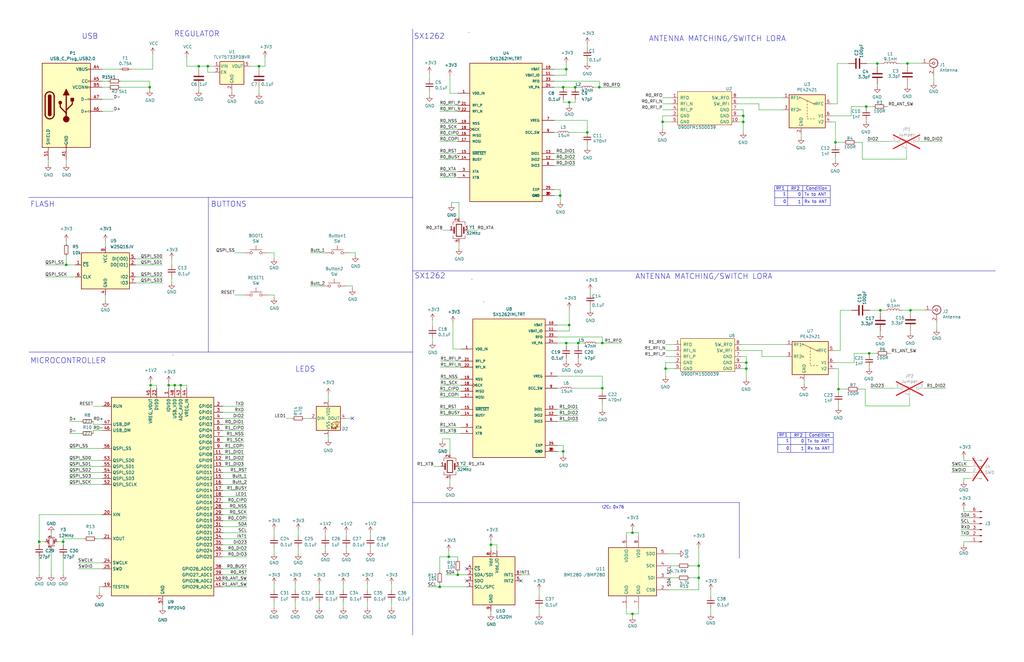
<source format=kicad_sch>
(kicad_sch (version 20250114) (generator "eeschema") (generator_version "9.0")
  (paper "B")
  (title_block (title "FlatSat") (date "2026-01-05") (rev "2.0") (company "ElectronicCats") (comment 1 "Edgar Capuchino") (comment 3 "Eduardo Contreras"))
  (text "Rx to ANT" (at 340.36 190.119 0) (effects (font (size 1.27 1.27)) (justify left bottom)))
  (text "0" (at 331.47 190.119 0) (effects (font (size 1.27 1.27)) (justify left bottom)))
  (text "I2C: 0x76" (at 253.746 214.884 0) (effects (font (size 1.27 1.27)) (justify left bottom)))
  (text "1" (at 331.343 186.944 0) (effects (font (size 1.27 1.27)) (justify left bottom)))
  (text "Condition" (at 340.995 184.531 0) (effects (font (size 1.27 1.27)) (justify left bottom)))
  (text "REGULATOR" (at 73.406 15.748 0) (effects (font (size 2.2606 2.2606)) (justify left bottom)))
  (text "SX1262" (at 174.498 16.764 0) (effects (font (size 2.2606 2.2606)) (justify left bottom)))
  (text "ANTENNA MATCHING/SWITCH LORA" (at 331.47 17.78 0) (effects (font (size 2.2606 2.2606)) (justify right bottom)))
  (text "RF1" (at 327.152 80.391 0) (effects (font (size 1.27 1.27)) (justify left bottom)))
  (text "1" (at 330.073 82.804 0) (effects (font (size 1.27 1.27)) (justify left bottom)))
  (text "1" (at 337.693 190.246 0) (effects (font (size 1.27 1.27)) (justify left bottom)))
  (text "ANTENNA MATCHING/SWITCH LORA" (at 325.755 118.11 0) (effects (font (size 2.2606 2.2606)) (justify right bottom)))
  (text "0" (at 337.693 187.071 0) (effects (font (size 1.27 1.27)) (justify left bottom)))
  (text "0" (at 330.2 85.979 0) (effects (font (size 1.27 1.27)) (justify left bottom)))
  (text "RF1" (at 328.422 184.531 0) (effects (font (size 1.27 1.27)) (justify left bottom)))
  (text "RF2" (at 333.502 80.518 0) (effects (font (size 1.27 1.27)) (justify left bottom)))
  (text "FLASH" (at 12.7 87.63 0) (effects (font (size 2.2606 2.2606)) (justify left bottom)))
  (text "1" (at 336.423 86.106 0) (effects (font (size 1.27 1.27)) (justify left bottom)))
  (text "Tx to ANT" (at 340.36 187.071 0) (effects (font (size 1.27 1.27)) (justify left bottom)))
  (text "BUTTONS\n" (at 88.9 87.63 0) (effects (font (size 2.2606 2.2606)) (justify left bottom)))
  (text "RF2" (at 334.772 184.658 0) (effects (font (size 1.27 1.27)) (justify left bottom)))
  (text "0" (at 336.423 82.931 0) (effects (font (size 1.27 1.27)) (justify left bottom)))
  (text "Rx to ANT" (at 339.09 85.979 0) (effects (font (size 1.27 1.27)) (justify left bottom)))
  (text "MICROCONTROLLER" (at 12.7 153.67 0) (effects (font (size 2.2606 2.2606)) (justify left bottom)))
  (text "USB" (at 34.417 16.764 0) (effects (font (size 2.2606 2.2606)) (justify left bottom)))
  (text "Tx to ANT" (at 339.09 82.931 0) (effects (font (size 1.27 1.27)) (justify left bottom)))
  (text "SX1262\n" (at 174.752 117.856 0) (effects (font (size 2.2606 2.2606)) (justify left bottom)))
  (text "LEDS" (at 124.46 157.226 0) (effects (font (size 2.2606 2.2606)) (justify left bottom)))
  (text "Condition" (at 339.725 80.391 0) (effects (font (size 1.27 1.27)) (justify left bottom)))
  (junction (at 237.49 190.5))
  (junction (at 353.568 164.211))
  (junction (at 369.951 26.797))
  (junction (at 382.651 26.797))
  (junction (at 16.51 228.6))
  (junction (at 266.7 224.79))
  (junction (at 237.49 36.83))
  (junction (at 280.67 155.575))
  (junction (at 383.921 130.937))
  (junction (at 240.03 43.18))
  (junction (at 242.57 36.83))
  (junction (at 243.84 144.78))
  (junction (at 189.23 234.95))
  (junction (at 252.73 36.83))
  (junction (at 26.67 228.6))
  (junction (at 313.436 51.435))
  (junction (at 63.119 36.83))
  (junction (at 254 163.83))
  (junction (at 87.63 27.94))
  (junction (at 294.64 243.84))
  (junction (at 352.298 60.071))
  (junction (at 76.2 162.56))
  (junction (at 185.42 247.65))
  (junction (at 294.64 238.76))
  (junction (at 314.706 153.035))
  (junction (at 279.4 51.435))
  (junction (at 266.7 259.08))
  (junction (at 73.66 162.56))
  (junction (at 27.94 111.76))
  (junction (at 238.76 144.78))
  (junction (at 207.01 229.87))
  (junction (at 247.65 55.88))
  (junction (at 63.5 162.56))
  (junction (at 238.76 29.21))
  (junction (at 236.22 82.55))
  (junction (at 366.522 149.098))
  (junction (at 83.82 27.94))
  (junction (at 71.12 162.56))
  (junction (at 313.436 48.895))
  (junction (at 109.22 27.94))
  (junction (at 254 144.78))
  (junction (at 240.03 137.16))
  (junction (at 314.706 155.575))
  (junction (at 193.04 242.57))
  (junction (at 371.221 130.937))
  (junction (at 365.252 44.958))
  (no_connect (at 196.85 240.03))
  (no_connect (at 219.71 245.11))
  (no_connect (at 196.85 245.11))
  (no_connect (at 148.59 176.53))
  (wire (pts (xy 71.12 162.56) (xy 71.12 163.83)))
  (wire (pts (xy 311.15 41.275) (xy 330.2 41.275)))
  (wire (pts (xy 26.67 227.33) (xy 26.67 228.6)))
  (polyline (pts (xy 173.99 114.3) (xy 419.735 114.3)))
  (wire (pts (xy 109.22 39.37) (xy 109.22 36.83)))
  (wire (pts (xy 93.98 234.95) (xy 104.14 234.95)))
  (wire (pts (xy 371.221 140.716) (xy 371.221 139.827)))
  (wire (pts (xy 207.01 227.965) (xy 207.01 229.87)))
  (polyline (pts (xy 327.914 184.658) (xy 351.409 184.658)))
  (wire (pts (xy 87.63 30.48) (xy 87.63 27.94)))
  (wire (pts (xy 78.74 163.83) (xy 78.74 162.56)))
  (wire (pts (xy 138.43 166.37) (xy 138.43 168.91)))
  (wire (pts (xy 247.65 50.8) (xy 247.65 55.88)))
  (polyline (pts (xy 311.785 235.585) (xy 311.785 212.09)))
  (wire (pts (xy 405.13 218.44) (xy 408.94 218.44)))
  (wire (pts (xy 364.871 164.211) (xy 362.204 164.211)))
  (wire (pts (xy 234.95 177.8) (xy 243.84 177.8)))
  (wire (pts (xy 109.22 27.94) (xy 111.76 27.94)))
  (wire (pts (xy 93.98 179.07) (xy 102.87 179.07)))
  (wire (pts (xy 182.372 142.621) (xy 182.372 144.399)))
  (wire (pts (xy 353.568 164.211) (xy 357.124 164.211)))
  (wire (pts (xy 406.4 214.63) (xy 406.4 215.9)))
  (wire (pts (xy 284.48 147.955) (xy 280.67 147.955)))
  (wire (pts (xy 240.03 139.7) (xy 240.03 137.16)))
  (wire (pts (xy 254 170.18) (xy 254 172.72)))
  (wire (pts (xy 368.3 44.958) (xy 365.252 44.958)))
  (wire (pts (xy 284.48 145.415) (xy 280.67 145.415)))
  (wire (pts (xy 44.45 124.46) (xy 44.45 127)))
  (polyline (pts (xy 332.105 78.359) (xy 332.105 86.741)))
  (wire (pts (xy 93.98 212.09) (xy 104.14 212.09)))
  (wire (pts (xy 146.05 120.65) (xy 148.59 120.65)))
  (wire (pts (xy 64.389 29.21) (xy 64.389 22.733)))
  (wire (pts (xy 279.4 48.895) (xy 279.4 51.435)))
  (wire (pts (xy 27.94 101.6) (xy 27.94 102.87)))
  (wire (pts (xy 39.37 177.8) (xy 39.37 179.07)))
  (wire (pts (xy 382.27 63.5) (xy 382.27 67.183)))
  (wire (pts (xy 240.03 55.88) (xy 247.65 55.88)))
  (wire (pts (xy 254 158.75) (xy 254 163.83)))
  (wire (pts (xy 264.16 256.54) (xy 264.16 259.08)))
  (wire (pts (xy 185.42 54.61) (xy 193.04 54.61)))
  (wire (pts (xy 312.42 155.575) (xy 314.706 155.575)))
  (wire (pts (xy 187.96 242.57) (xy 193.04 242.57)))
  (wire (pts (xy 93.98 217.17) (xy 104.14 217.17)))
  (wire (pts (xy 93.98 207.01) (xy 104.14 207.01)))
  (polyline (pts (xy 87.884 83.312) (xy 87.884 148.59)))
  (wire (pts (xy 365.252 44.958) (xy 365.252 45.593)))
  (wire (pts (xy 281.94 248.92) (xy 294.64 248.92)))
  (wire (pts (xy 50.8 34.29) (xy 63.119 34.29)))
  (wire (pts (xy 360.172 153.035) (xy 360.172 149.098)))
  (wire (pts (xy 406.4 194.31) (xy 408.94 194.31)))
  (wire (pts (xy 83.82 29.21) (xy 83.82 27.94)))
  (wire (pts (xy 134.62 254) (xy 134.62 256.54)))
  (wire (pts (xy 283.21 46.355) (xy 279.4 46.355)))
  (wire (pts (xy 382.651 36.322) (xy 382.651 35.433)))
  (wire (pts (xy 264.16 224.79) (xy 266.7 224.79)))
  (wire (pts (xy 247.65 25.4) (xy 247.65 26.67)))
  (wire (pts (xy 389.89 163.83) (xy 398.78 163.83)))
  (wire (pts (xy 185.42 182.88) (xy 194.31 182.88)))
  (wire (pts (xy 189.23 234.95) (xy 193.04 234.95)))
  (wire (pts (xy 406.4 228.6) (xy 408.94 228.6)))
  (wire (pts (xy 104.14 229.87) (xy 93.98 229.87)))
  (wire (pts (xy 238.76 151.13) (xy 238.76 152.4)))
  (wire (pts (xy 233.68 55.88) (xy 234.95 55.88)))
  (wire (pts (xy 374.523 44.958) (xy 373.38 44.958)))
  (wire (pts (xy 76.2 163.83) (xy 76.2 162.56)))
  (wire (pts (xy 125.73 223.52) (xy 125.73 226.06)))
  (wire (pts (xy 185.42 72.39) (xy 193.04 72.39)))
  (wire (pts (xy 233.68 64.77) (xy 242.57 64.77)))
  (wire (pts (xy 352.298 61.214) (xy 352.298 60.071)))
  (wire (pts (xy 104.14 247.65) (xy 93.98 247.65)))
  (polyline (pts (xy 311.785 212.09) (xy 173.99 212.09)))
  (wire (pts (xy 241.3 163.83) (xy 254 163.83)))
  (wire (pts (xy 144.78 246.38) (xy 144.78 248.92)))
  (wire (pts (xy 247.65 18.415) (xy 247.65 20.32)))
  (wire (pts (xy 66.04 163.83) (xy 66.04 162.56)))
  (wire (pts (xy 281.94 243.84) (xy 285.75 243.84)))
  (wire (pts (xy 350.52 51.435) (xy 352.298 51.435)))
  (wire (pts (xy 63.119 34.29) (xy 63.119 36.83)))
  (wire (pts (xy 93.98 227.33) (xy 104.14 227.33)))
  (wire (pts (xy 83.82 36.83) (xy 83.82 38.1)))
  (wire (pts (xy 243.84 144.78) (xy 246.38 144.78)))
  (wire (pts (xy 55.372 29.21) (xy 64.389 29.21)))
  (wire (pts (xy 284.48 150.495) (xy 280.67 150.495)))
  (wire (pts (xy 252.73 34.29) (xy 252.73 36.83)))
  (polyline (pts (xy 173.99 12.192) (xy 173.99 267.97)))
  (wire (pts (xy 234.95 158.75) (xy 254 158.75)))
  (wire (pts (xy 237.49 43.18) (xy 237.49 41.91)))
  (polyline (pts (xy 326.644 86.741) (xy 350.139 86.741)))
  (wire (pts (xy 405.13 226.06) (xy 408.94 226.06)))
  (wire (pts (xy 223.52 242.57) (xy 219.71 242.57)))
  (polyline (pts (xy 327.914 190.881) (xy 327.914 182.499)))
  (wire (pts (xy 191.008 136.017) (xy 191.008 147.32)))
  (wire (pts (xy 311.15 46.355) (xy 313.436 46.355)))
  (polyline (pts (xy 350.139 78.359) (xy 350.139 86.741)))
  (wire (pts (xy 16.51 228.6) (xy 16.51 229.87)))
  (wire (pts (xy 130.81 120.65) (xy 135.89 120.65)))
  (wire (pts (xy 312.42 150.495) (xy 314.706 150.495)))
  (wire (pts (xy 63.119 36.83) (xy 63.119 37.973)))
  (wire (pts (xy 148.59 176.53) (xy 146.05 176.53)))
  (wire (pts (xy 227.33 248.92) (xy 227.33 251.46)))
  (wire (pts (xy 93.98 214.63) (xy 104.14 214.63)))
  (wire (pts (xy 93.98 209.55) (xy 104.14 209.55)))
  (wire (pts (xy 185.42 64.77) (xy 193.04 64.77)))
  (wire (pts (xy 47.879 41.91) (xy 43.18 41.91)))
  (wire (pts (xy 394.97 138.938) (xy 394.97 135.89)))
  (wire (pts (xy 388.62 59.69) (xy 397.51 59.69)))
  (wire (pts (xy 237.49 187.96) (xy 237.49 190.5)))
  (wire (pts (xy 382.651 26.67) (xy 388.62 26.67)))
  (wire (pts (xy 406.4 229.87) (xy 406.4 228.6)))
  (wire (pts (xy 57.15 116.84) (xy 68.58 116.84)))
  (wire (pts (xy 236.22 80.01) (xy 236.22 82.55)))
  (wire (pts (xy 102.87 196.85) (xy 93.98 196.85)))
  (wire (pts (xy 279.4 51.435) (xy 279.4 54.737)))
  (wire (pts (xy 401.32 199.39) (xy 408.94 199.39)))
  (wire (pts (xy 401.32 196.85) (xy 408.94 196.85)))
  (wire (pts (xy 165.1 254) (xy 165.1 256.54)))
  (wire (pts (xy 193.04 52.07) (xy 185.42 52.07)))
  (wire (pts (xy 363.601 67.183) (xy 363.601 60.071)))
  (wire (pts (xy 144.78 254) (xy 144.78 256.54)))
  (wire (pts (xy 233.68 80.01) (xy 236.22 80.01)))
  (wire (pts (xy 16.51 234.95) (xy 16.51 242.57)))
  (wire (pts (xy 382.651 26.797) (xy 382.651 27.813)))
  (wire (pts (xy 39.37 171.45) (xy 43.18 171.45)))
  (wire (pts (xy 154.94 246.38) (xy 154.94 248.92)))
  (wire (pts (xy 43.18 237.49) (xy 32.893 237.49)))
  (wire (pts (xy 87.63 27.94) (xy 90.17 27.94)))
  (wire (pts (xy 39.37 181.61) (xy 39.37 182.88)))
  (wire (pts (xy 365.76 59.69) (xy 375.92 59.69)))
  (wire (pts (xy 234.95 175.26) (xy 243.84 175.26)))
  (wire (pts (xy 93.98 222.25) (xy 104.14 222.25)))
  (wire (pts (xy 283.21 43.815) (xy 279.4 43.815)))
  (wire (pts (xy 19.05 111.76) (xy 27.94 111.76)))
  (wire (pts (xy 264.16 226.06) (xy 264.16 224.79)))
  (wire (pts (xy 185.42 247.65) (xy 196.85 247.65)))
  (wire (pts (xy 280.67 153.035) (xy 284.48 153.035)))
  (wire (pts (xy 193.04 234.95) (xy 193.04 236.22)))
  (wire (pts (xy 102.87 186.69) (xy 93.98 186.69)))
  (wire (pts (xy 234.95 144.78) (xy 238.76 144.78)))
  (wire (pts (xy 93.98 181.61) (xy 102.87 181.61)))
  (wire (pts (xy 357.886 26.797) (xy 353.06 26.797)))
  (wire (pts (xy 290.83 238.76) (xy 294.64 238.76)))
  (wire (pts (xy 360.172 149.098) (xy 366.522 149.098)))
  (wire (pts (xy 185.42 67.31) (xy 193.04 67.31)))
  (wire (pts (xy 43.18 247.65) (xy 41.91 247.65)))
  (wire (pts (xy 372.872 130.937) (xy 371.221 130.937)))
  (wire (pts (xy 115.57 254) (xy 115.57 256.54)))
  (wire (pts (xy 299.72 248.92) (xy 299.72 251.46)))
  (wire (pts (xy 252.73 36.83) (xy 261.62 36.83)))
  (wire (pts (xy 16.51 217.17) (xy 43.18 217.17)))
  (wire (pts (xy 354.33 130.937) (xy 354.33 147.955)))
  (wire (pts (xy 20.32 69.469) (xy 20.32 67.31)))
  (wire (pts (xy 314.706 150.495) (xy 314.706 153.035)))
  (wire (pts (xy 351.79 153.035) (xy 360.172 153.035)))
  (wire (pts (xy 29.21 204.47) (xy 43.18 204.47)))
  (wire (pts (xy 29.21 177.8) (xy 34.29 177.8)))
  (wire (pts (xy 233.68 31.75) (xy 238.76 31.75)))
  (wire (pts (xy 269.24 256.54) (xy 269.24 259.08)))
  (wire (pts (xy 393.7 34.798) (xy 393.7 31.75)))
  (wire (pts (xy 254 144.78) (xy 262.255 144.78)))
  (wire (pts (xy 207.01 257.81) (xy 207.01 259.08)))
  (wire (pts (xy 193.04 241.3) (xy 193.04 242.57)))
  (wire (pts (xy 156.21 231.14) (xy 156.21 232.41)))
  (wire (pts (xy 165.1 246.38) (xy 165.1 248.92)))
  (wire (pts (xy 406.4 193.04) (xy 406.4 194.31)))
  (wire (pts (xy 93.98 204.47) (xy 104.14 204.47)))
  (wire (pts (xy 137.16 224.79) (xy 137.16 226.06)))
  (wire (pts (xy 29.21 196.85) (xy 43.18 196.85)))
  (wire (pts (xy 358.902 44.958) (xy 365.252 44.958)))
  (wire (pts (xy 383.54 171.323) (xy 364.871 171.323)))
  (wire (pts (xy 311.15 48.895) (xy 313.436 48.895)))
  (wire (pts (xy 120.65 176.53) (xy 123.19 176.53)))
  (wire (pts (xy 242.57 36.83) (xy 245.11 36.83)))
  (polyline (pts (xy 12.192 148.59) (xy 173.99 148.59)))
  (wire (pts (xy 128.27 176.53) (xy 130.81 176.53)))
  (wire (pts (xy 351.79 155.575) (xy 353.568 155.575)))
  (wire (pts (xy 320.04 43.815) (xy 320.04 46.355)))
  (wire (pts (xy 367.03 163.83) (xy 377.19 163.83)))
  (wire (pts (xy 68.58 255.27) (xy 68.58 256.54)))
  (wire (pts (xy 369.951 36.576) (xy 369.951 35.687)))
  (wire (pts (xy 26.67 234.95) (xy 26.67 242.57)))
  (polyline (pts (xy 339.725 182.499) (xy 339.725 190.754)))
  (wire (pts (xy 233.68 67.31) (xy 242.57 67.31)))
  (wire (pts (xy 311.15 43.815) (xy 320.04 43.815)))
  (wire (pts (xy 109.22 29.21) (xy 109.22 27.94)))
  (wire (pts (xy 279.4 48.895) (xy 283.21 48.895)))
  (wire (pts (xy 197.485 196.85) (xy 193.548 196.85)))
  (wire (pts (xy 185.42 241.3) (xy 185.42 234.95)))
  (wire (pts (xy 185.674 162.56) (xy 194.31 162.56)))
  (polyline (pts (xy 12.192 83.312) (xy 173.99 83.312)))
  (wire (pts (xy 26.67 228.6) (xy 26.67 229.87)))
  (wire (pts (xy 19.05 116.84) (xy 31.75 116.84)))
  (wire (pts (xy 44.45 101.6) (xy 44.45 104.14)))
  (wire (pts (xy 43.18 36.83) (xy 45.72 36.83)))
  (wire (pts (xy 365.252 51.308) (xy 365.252 50.673)))
  (wire (pts (xy 185.42 234.95) (xy 189.23 234.95)))
  (wire (pts (xy 193.04 46.99) (xy 185.42 46.99)))
  (wire (pts (xy 279.4 51.435) (xy 283.21 51.435)))
  (wire (pts (xy 73.66 162.56) (xy 71.12 162.56)))
  (wire (pts (xy 266.7 224.79) (xy 269.24 224.79)))
  (wire (pts (xy 380.492 130.937) (xy 383.921 130.937)))
  (wire (pts (xy 93.98 184.15) (xy 102.87 184.15)))
  (wire (pts (xy 115.57 246.38) (xy 115.57 248.92)))
  (wire (pts (xy 29.21 189.23) (xy 43.18 189.23)))
  (wire (pts (xy 207.01 229.87) (xy 207.01 232.41)))
  (wire (pts (xy 234.95 142.24) (xy 254 142.24)))
  (polyline (pts (xy 338.455 78.359) (xy 338.455 86.614)))
  (wire (pts (xy 240.03 43.18) (xy 242.57 43.18)))
  (wire (pts (xy 379.222 26.797) (xy 382.651 26.797)))
  (wire (pts (xy 248.92 128.905) (xy 248.92 130.81)))
  (wire (pts (xy 115.57 223.52) (xy 115.57 226.06)))
  (wire (pts (xy 180.34 247.65) (xy 185.42 247.65)))
  (wire (pts (xy 125.73 231.14) (xy 125.73 233.68)))
  (wire (pts (xy 294.64 231.14) (xy 294.64 238.76)))
  (wire (pts (xy 147.32 106.68) (xy 149.86 106.68)))
  (wire (pts (xy 406.4 201.93) (xy 408.94 201.93)))
  (wire (pts (xy 57.15 111.76) (xy 68.58 111.76)))
  (wire (pts (xy 266.7 223.52) (xy 266.7 224.79)))
  (wire (pts (xy 312.42 153.035) (xy 314.706 153.035)))
  (wire (pts (xy 193.04 44.45) (xy 185.42 44.45)))
  (wire (pts (xy 181.102 30.861) (xy 181.102 33.401)))
  (wire (pts (xy 189.738 31.877) (xy 189.738 39.37)))
  (wire (pts (xy 146.05 224.79) (xy 146.05 226.06)))
  (wire (pts (xy 104.14 245.11) (xy 93.98 245.11)))
  (wire (pts (xy 182.372 135.001) (xy 182.372 137.541)))
  (wire (pts (xy 280.67 153.035) (xy 280.67 155.575)))
  (wire (pts (xy 233.68 36.83) (xy 237.49 36.83)))
  (polyline (pts (xy 72.771 149.86) (xy 73.025 149.86)))
  (wire (pts (xy 149.86 106.68) (xy 149.86 107.95)))
  (wire (pts (xy 290.83 243.84) (xy 294.64 243.84)))
  (wire (pts (xy 138.43 185.42) (xy 138.43 184.15)))
  (wire (pts (xy 102.87 173.99) (xy 93.98 173.99)))
  (wire (pts (xy 102.87 189.23) (xy 93.98 189.23)))
  (wire (pts (xy 375.793 149.098) (xy 374.65 149.098)))
  (wire (pts (xy 191.008 147.32) (xy 194.31 147.32)))
  (wire (pts (xy 352.298 51.435) (xy 352.298 60.071)))
  (wire (pts (xy 234.95 190.5) (xy 237.49 190.5)))
  (wire (pts (xy 156.21 224.79) (xy 156.21 226.06)))
  (wire (pts (xy 185.42 175.26) (xy 194.31 175.26)))
  (wire (pts (xy 185.42 172.72) (xy 194.31 172.72)))
  (wire (pts (xy 93.98 219.71) (xy 104.14 219.71)))
  (wire (pts (xy 269.24 259.08) (xy 266.7 259.08)))
  (wire (pts (xy 238.76 29.21) (xy 238.76 31.75)))
  (wire (pts (xy 76.2 162.56) (xy 78.74 162.56)))
  (wire (pts (xy 233.68 82.55) (xy 236.22 82.55)))
  (wire (pts (xy 314.706 153.035) (xy 314.706 155.575)))
  (wire (pts (xy 294.64 238.76) (xy 294.64 243.84)))
  (wire (pts (xy 181.102 38.481) (xy 181.102 40.259)))
  (wire (pts (xy 97.79 38.1) (xy 97.79 38.989)))
  (wire (pts (xy 78.74 27.94) (xy 83.82 27.94)))
  (wire (pts (xy 186.69 97.155) (xy 189.738 97.155)))
  (wire (pts (xy 353.06 26.797) (xy 353.06 43.815)))
  (wire (pts (xy 280.67 155.575) (xy 280.67 158.877)))
  (wire (pts (xy 405.13 220.98) (xy 408.94 220.98)))
  (wire (pts (xy 124.46 254) (xy 124.46 256.54)))
  (wire (pts (xy 233.68 69.85) (xy 242.57 69.85)))
  (wire (pts (xy 193.04 242.57) (xy 196.85 242.57)))
  (wire (pts (xy 189.738 204.597) (xy 189.738 201.93)))
  (wire (pts (xy 154.94 254) (xy 154.94 256.54)))
  (wire (pts (xy 251.46 144.78) (xy 254 144.78)))
  (wire (pts (xy 83.82 27.94) (xy 87.63 27.94)))
  (wire (pts (xy 146.05 231.14) (xy 146.05 232.41)))
  (wire (pts (xy 254 142.24) (xy 254 144.78)))
  (wire (pts (xy 234.95 137.16) (xy 240.03 137.16)))
  (polyline (pts (xy 327.914 187.579) (xy 351.282 187.579)))
  (wire (pts (xy 383.54 167.64) (xy 383.54 171.323)))
  (wire (pts (xy 27.94 107.95) (xy 27.94 111.76)))
  (wire (pts (xy 186.563 186.055) (xy 186.563 185.166)))
  (wire (pts (xy 369.951 28.067) (xy 369.951 26.797)))
  (wire (pts (xy 234.95 187.96) (xy 237.49 187.96)))
  (wire (pts (xy 254 165.1) (xy 254 163.83)))
  (wire (pts (xy 201.295 97.155) (xy 197.358 97.155)))
  (wire (pts (xy 238.76 146.05) (xy 238.76 144.78)))
  (wire (pts (xy 185.42 180.34) (xy 194.31 180.34)))
  (wire (pts (xy 234.95 172.72) (xy 243.84 172.72)))
  (wire (pts (xy 237.49 190.5) (xy 237.49 192.024)))
  (polyline (pts (xy 351.409 182.499) (xy 351.409 190.881)))
  (wire (pts (xy 234.95 139.7) (xy 240.03 139.7)))
  (wire (pts (xy 320.04 46.355) (xy 330.2 46.355)))
  (wire (pts (xy 238.76 29.21) (xy 238.76 26.67)))
  (wire (pts (xy 104.14 199.39) (xy 93.98 199.39)))
  (wire (pts (xy 353.568 155.575) (xy 353.568 164.211)))
  (wire (pts (xy 189.23 232.41) (xy 189.23 234.95)))
  (wire (pts (xy 57.15 109.22) (xy 68.58 109.22)))
  (polyline (pts (xy 326.644 78.359) (xy 350.139 78.359)))
  (wire (pts (xy 366.522 149.098) (xy 366.522 149.733)))
  (wire (pts (xy 63.5 162.56) (xy 63.5 163.83)))
  (wire (pts (xy 242.57 41.91) (xy 242.57 43.18)))
  (wire (pts (xy 237.49 36.83) (xy 242.57 36.83)))
  (wire (pts (xy 185.674 152.4) (xy 194.31 152.4)))
  (wire (pts (xy 383.921 140.462) (xy 383.921 139.573)))
  (wire (pts (xy 339.09 160.655) (xy 339.09 162.179)))
  (wire (pts (xy 366.522 155.448) (xy 366.522 154.813)))
  (wire (pts (xy 134.62 246.38) (xy 134.62 248.92)))
  (wire (pts (xy 27.94 111.76) (xy 31.75 111.76)))
  (wire (pts (xy 16.51 228.6) (xy 19.05 228.6)))
  (wire (pts (xy 247.65 60.96) (xy 247.65 62.23)))
  (wire (pts (xy 189.738 185.166) (xy 189.738 191.77)))
  (wire (pts (xy 283.21 41.275) (xy 279.4 41.275)))
  (wire (pts (xy 29.21 182.88) (xy 34.29 182.88)))
  (wire (pts (xy 299.72 256.54) (xy 299.72 259.08)))
  (polyline (pts (xy 327.914 182.499) (xy 351.409 182.499)))
  (wire (pts (xy 313.436 48.895) (xy 313.436 51.435)))
  (wire (pts (xy 189.738 39.37) (xy 193.04 39.37)))
  (wire (pts (xy 185.674 154.94) (xy 194.31 154.94)))
  (wire (pts (xy 233.68 34.29) (xy 252.73 34.29)))
  (wire (pts (xy 72.39 109.22) (xy 72.39 111.76)))
  (wire (pts (xy 93.98 224.79) (xy 104.14 224.79)))
  (wire (pts (xy 63.5 161.29) (xy 63.5 162.56)))
  (wire (pts (xy 115.57 109.22) (xy 115.57 106.68)))
  (wire (pts (xy 27.94 69.469) (xy 27.94 67.31)))
  (wire (pts (xy 369.57 149.098) (xy 366.522 149.098)))
  (wire (pts (xy 93.98 242.57) (xy 104.14 242.57)))
  (wire (pts (xy 314.706 155.575) (xy 314.706 159.893)))
  (wire (pts (xy 29.21 194.31) (xy 43.18 194.31)))
  (polyline (pts (xy 197.739 13.589) (xy 197.739 13.843)))
  (polyline (pts (xy 326.644 83.439) (xy 350.012 83.439)))
  (wire (pts (xy 102.87 171.45) (xy 93.98 171.45)))
  (wire (pts (xy 248.92 122.555) (xy 248.92 123.825)))
  (wire (pts (xy 358.902 48.895) (xy 358.902 44.958)))
  (wire (pts (xy 313.436 46.355) (xy 313.436 48.895)))
  (wire (pts (xy 194.31 165.1) (xy 185.42 165.1)))
  (wire (pts (xy 182.88 196.85) (xy 185.928 196.85)))
  (wire (pts (xy 43.18 181.61) (xy 39.37 181.61)))
  (polyline (pts (xy 326.644 86.741) (xy 326.644 78.359)))
  (wire (pts (xy 193.04 59.69) (xy 185.42 59.69)))
  (wire (pts (xy 185.42 74.93) (xy 193.04 74.93)))
  (wire (pts (xy 115.57 106.68) (xy 113.03 106.68)))
  (wire (pts (xy 66.04 162.56) (xy 63.5 162.56)))
  (wire (pts (xy 99.06 124.46) (xy 102.87 124.46)))
  (wire (pts (xy 351.79 147.955) (xy 354.33 147.955)))
  (wire (pts (xy 21.59 224.79) (xy 21.59 226.06)))
  (wire (pts (xy 99.06 106.68) (xy 102.87 106.68)))
  (wire (pts (xy 363.601 60.071) (xy 360.934 60.071)))
  (wire (pts (xy 353.568 165.354) (xy 353.568 164.211)))
  (wire (pts (xy 337.82 56.515) (xy 337.82 58.039)))
  (wire (pts (xy 24.13 228.6) (xy 26.67 228.6)))
  (wire (pts (xy 185.42 246.38) (xy 185.42 247.65)))
  (wire (pts (xy 281.94 238.76) (xy 285.75 238.76)))
  (wire (pts (xy 240.03 130.175) (xy 240.03 137.16)))
  (wire (pts (xy 250.19 36.83) (xy 252.73 36.83)))
  (wire (pts (xy 185.42 57.15) (xy 193.04 57.15)))
  (polyline (pts (xy 326.644 80.518) (xy 350.139 80.518)))
  (wire (pts (xy 264.16 259.08) (xy 266.7 259.08)))
  (wire (pts (xy 406.4 203.2) (xy 406.4 201.93)))
  (wire (pts (xy 26.67 227.33) (xy 35.56 227.33)))
  (wire (pts (xy 113.03 124.46) (xy 115.57 124.46)))
  (wire (pts (xy 352.298 66.294) (xy 352.298 67.818)))
  (wire (pts (xy 124.46 246.38) (xy 124.46 248.92)))
  (polyline (pts (xy 333.375 182.499) (xy 333.375 190.881)))
  (wire (pts (xy 350.52 48.895) (xy 358.902 48.895)))
  (wire (pts (xy 185.674 160.02) (xy 194.31 160.02)))
  (wire (pts (xy 383.921 130.81) (xy 383.921 130.937)))
  (wire (pts (xy 93.98 240.03) (xy 104.14 240.03)))
  (wire (pts (xy 371.602 26.797) (xy 369.951 26.797)))
  (wire (pts (xy 236.22 163.83) (xy 234.95 163.83)))
  (wire (pts (xy 71.12 161.29) (xy 71.12 162.56)))
  (wire (pts (xy 240.03 43.18) (xy 237.49 43.18)))
  (wire (pts (xy 78.74 24.13) (xy 78.74 27.94)))
  (wire (pts (xy 186.563 185.166) (xy 189.738 185.166)))
  (wire (pts (xy 39.37 179.07) (xy 43.18 179.07)))
  (wire (pts (xy 294.64 248.92) (xy 294.64 243.84)))
  (wire (pts (xy 115.57 231.14) (xy 115.57 233.68)))
  (wire (pts (xy 40.64 227.33) (xy 43.18 227.33)))
  (wire (pts (xy 57.15 119.38) (xy 68.58 119.38)))
  (wire (pts (xy 209.55 232.41) (xy 209.55 229.87)))
  (wire (pts (xy 193.548 85.471) (xy 193.548 92.075)))
  (wire (pts (xy 371.221 130.937) (xy 366.776 130.937)))
  (polyline (pts (xy 327.914 190.881) (xy 351.409 190.881)))
  (wire (pts (xy 312.42 145.415) (xy 331.47 145.415)))
  (wire (pts (xy 227.33 256.54) (xy 227.33 259.08)))
  (wire (pts (xy 353.568 170.434) (xy 353.568 171.958)))
  (wire (pts (xy 285.75 233.68) (xy 281.94 233.68)))
  (wire (pts (xy 16.51 217.17) (xy 16.51 228.6)))
  (wire (pts (xy 21.59 231.14) (xy 21.59 242.57)))
  (wire (pts (xy 382.27 67.183) (xy 363.601 67.183)))
  (wire (pts (xy 321.31 150.495) (xy 331.47 150.495)))
  (wire (pts (xy 148.59 120.65) (xy 148.59 121.92)))
  (wire (pts (xy 313.436 51.435) (xy 313.436 55.753)))
  (wire (pts (xy 111.76 27.94) (xy 111.76 24.13)))
  (wire (pts (xy 130.81 106.68) (xy 137.16 106.68)))
  (wire (pts (xy 47.879 46.99) (xy 43.18 46.99)))
  (wire (pts (xy 90.17 30.48) (xy 87.63 30.48)))
  (wire (pts (xy 321.31 147.955) (xy 321.31 150.495)))
  (wire (pts (xy 266.7 260.35) (xy 266.7 259.08)))
  (wire (pts (xy 33.02 240.03) (xy 43.18 240.03)))
  (wire (pts (xy 102.87 194.31) (xy 93.98 194.31)))
  (wire (pts (xy 240.03 43.18) (xy 240.03 44.45)))
  (wire (pts (xy 269.24 224.79) (xy 269.24 226.06)))
  (wire (pts (xy 73.66 163.83) (xy 73.66 162.56)))
  (wire (pts (xy 76.2 162.56) (xy 73.66 162.56)))
  (wire (pts (xy 406.4 215.9) (xy 408.94 215.9)))
  (wire (pts (xy 72.39 116.84) (xy 72.39 119.38)))
  (wire (pts (xy 364.871 171.323) (xy 364.871 164.211)))
  (wire (pts (xy 190.373 85.471) (xy 193.548 85.471)))
  (wire (pts (xy 233.68 29.21) (xy 238.76 29.21)))
  (wire (pts (xy 209.55 229.87) (xy 207.01 229.87)))
  (wire (pts (xy 405.13 223.52) (xy 408.94 223.52)))
  (wire (pts (xy 29.21 199.39) (xy 43.18 199.39)))
  (wire (pts (xy 41.91 247.65) (xy 41.91 250.19)))
  (wire (pts (xy 243.84 151.13) (xy 243.84 152.4)))
  (wire (pts (xy 383.921 130.81) (xy 389.89 130.81)))
  (wire (pts (xy 243.84 144.78) (xy 243.84 146.05)))
  (wire (pts (xy 190.373 86.36) (xy 190.373 85.471)))
  (wire (pts (xy 383.921 130.937) (xy 383.921 131.953)))
  (wire (pts (xy 29.21 201.93) (xy 43.18 201.93)))
  (wire (pts (xy 233.68 50.8) (xy 247.65 50.8)))
  (wire (pts (xy 104.14 201.93) (xy 93.98 201.93)))
  (wire (pts (xy 137.16 231.14) (xy 137.16 232.41)))
  (wire (pts (xy 50.8 36.83) (xy 63.119 36.83)))
  (wire (pts (xy 43.18 34.29) (xy 45.72 34.29)))
  (wire (pts (xy 102.87 191.77) (xy 93.98 191.77)))
  (wire (pts (xy 350.52 43.815) (xy 353.06 43.815)))
  (wire (pts (xy 193.548 104.902) (xy 193.548 102.235)))
  (wire (pts (xy 369.951 26.797) (xy 365.506 26.797)))
  (wire (pts (xy 236.22 82.55) (xy 236.22 85.09)))
  (wire (pts (xy 359.156 130.937) (xy 354.33 130.937)))
  (wire (pts (xy 371.221 132.207) (xy 371.221 130.937)))
  (wire (pts (xy 352.298 60.071) (xy 355.854 60.071)))
  (polyline (pts (xy 199.009 117.729) (xy 199.009 117.983)))
  (wire (pts (xy 93.98 232.41) (xy 104.14 232.41)))
  (wire (pts (xy 115.57 124.46) (xy 115.57 125.73)))
  (wire (pts (xy 194.31 167.64) (xy 185.42 167.64)))
  (wire (pts (xy 238.76 144.78) (xy 243.84 144.78)))
  (wire (pts (xy 311.15 51.435) (xy 313.436 51.435)))
  (wire (pts (xy 312.42 147.955) (xy 321.31 147.955)))
  (wire (pts (xy 105.41 27.94) (xy 109.22 27.94)))
  (wire (pts (xy 382.651 26.67) (xy 382.651 26.797)))
  (polyline (pts (xy 203.962 127.254) (xy 203.962 127.508)))
  (wire (pts (xy 43.18 29.21) (xy 50.292 29.21)))
  (wire (pts (xy 280.67 155.575) (xy 284.48 155.575)))
  (wire (pts (xy 102.87 176.53) (xy 93.98 176.53)))
  (label "R0_XTB" (at 185.42 74.93 0))
  (label "R1_RST" (at 185.42 172.72 0))
  (label "R0_DIO3" (at 104.14 234.95 180))
  (label "R1_BUSY" (at 185.42 175.26 0))
  (label "R0_XTA" (at 201.295 97.155 0))
  (label "QSPI_SD3" (at 68.58 119.38 180))
  (label "R1_DIO2" (at 102.87 194.31 180))
  (label "D+" (at 47.879 46.99 0))
  (label "R1_SCK" (at 102.87 186.69 180))
  (label "RESET" (at 39.37 171.45 180))
  (label "R1_DIO2" (at 243.84 175.26 180))
  (label "R1_DIO1" (at 102.87 191.77 180))
  (label "R0_XTA" (at 185.42 72.39 0))
  (label "Butt_1" (at 130.81 106.68 0))
  (label "SCL" (at 405.13 220.98 0))
  (label "QSPI_SD2" (at 29.21 199.39 0))
  (label "LED1" (at 104.14 209.55 180))
  (label "SCL" (at 104.14 224.79 180))
  (label "SDA" (at 283.21 243.84 270))
  (label "R0_DIO3" (at 242.57 69.85 180))
  (label "DIO2" (at 102.87 176.53 180))
  (label "R1_RFI_P" (at 185.674 152.4 0))
  (label "QSPI_SS" (at 29.21 189.23 0))
  (label "R0_NSS" (at 104.14 214.63 180))
  (label "R1_BUSY" (at 104.14 207.01 180))
  (label "R0_RST" (at 185.42 64.77 0))
  (label "QSPI_SD1" (at 29.21 196.85 0))
  (label "R0_CIPO" (at 104.14 212.09 180))
  (label "R1_RFO" (at 262.255 144.78 180))
  (label "R0_DIO1" (at 102.87 179.07 180))
  (label "R1_RST" (at 104.14 199.39 180))
  (label "R0_BUSY" (at 104.14 240.03 180))
  (label "DIO2" (at 365.76 59.69 0))
  (label "Butt_2" (at 104.14 204.47 180))
  (label "D-" (at 29.21 182.88 0))
  (label "R0_NSS" (at 185.42 52.07 0))
  (label "QSPI_SS" (at 99.06 106.68 180))
  (label "SWDIO" (at 33.02 240.03 0))
  (label "QSPI_SD2" (at 68.58 116.84 180))
  (label "R0_DIO2" (at 104.14 232.41 180))
  (label "R1_DIO1" (at 243.84 172.72 180))
  (label "R0_BUSY" (at 185.42 67.31 0))
  (label "RD+" (at 39.37 177.8 0))
  (label "QSPI_SS" (at 19.05 111.76 0))
  (label "R0_RFO" (at 279.4 41.275 180))
  (label "QSPI_SCK" (at 29.21 204.47 0))
  (label "Butt_2" (at 130.81 120.65 0))
  (label "QSPI_SD0" (at 68.58 109.22 180))
  (label "TXD" (at 102.87 171.45 180))
  (label "R1_ANT_SW" (at 104.14 247.65 180))
  (label "R0_DIO2" (at 242.57 67.31 180))
  (label "D-" (at 47.879 41.91 0))
  (label "R1_COPI" (at 102.87 189.23 180))
  (label "R1_NSS" (at 102.87 184.15 180))
  (label "R1_XTB" (at 182.88 196.85 180))
  (label "R1_RFO" (at 280.67 145.415 180))
  (label "R1_SCK" (at 185.674 162.56 0))
  (label "R0_DIO2" (at 397.51 59.69 180))
  (label "SCL" (at 180.34 247.65 0))
  (label "SWDIO" (at 401.32 199.39 0))
  (label "R1_RFI_N" (at 185.674 154.94 0))
  (label "SCL" (at 283.21 238.76 270))
  (label "R1_DIO3" (at 243.84 177.8 180))
  (label "R1_DIO2" (at 398.78 163.83 180))
  (label "R0_SCK" (at 185.42 54.61 0))
  (label "R1_XTA" (at 185.42 180.34 0))
  (label "INT1" (at 104.14 227.33 180))
  (label "R0_ANT_SW" (at 104.14 245.11 180))
  (label "RD-" (at 39.37 181.61 0))
  (label "QSPI_SD1" (at 68.58 111.76 180))
  (label "R0_RFO" (at 261.62 36.83 180))
  (label "R1_CIPO" (at 102.87 181.61 180))
  (label "DIO23" (at 104.14 229.87 180))
  (label "R1_RFI_P" (at 280.67 150.495 180))
  (label "R0_RFI_P" (at 279.4 46.355 180))
  (label "RXD" (at 102.87 173.99 180))
  (label "R1_DIO3" (at 102.87 196.85 180))
  (label "TXD" (at 405.13 226.06 0))
  (label "R1_ANT_SW" (at 375.793 149.098 0))
  (label "RESET" (at 99.06 124.46 180))
  (label "SDA" (at 405.13 218.44 0))
  (label "R1_RFI_N" (at 280.67 147.955 180))
  (label "Butt_1" (at 104.14 201.93 180))
  (label "INT1" (at 223.52 242.57 180))
  (label "R1_CIPO" (at 185.42 165.1 0))
  (label "LED1" (at 120.65 176.53 180))
  (label "R1_XTB" (at 185.42 182.88 0))
  (label "SDA" (at 187.96 242.57 0))
  (label "R0_RFI_P" (at 185.42 44.45 0))
  (label "SWCLK" (at 32.893 237.49 0))
  (label "QSPI_SD0" (at 29.21 194.31 0))
  (label "R0_CIPO" (at 185.42 57.15 0))
  (label "R1_XTA" (at 197.485 196.85 0))
  (label "D+" (at 29.21 177.8 0))
  (label "QSPI_SCK" (at 19.05 116.84 0))
  (label "QSPI_SD3" (at 29.21 201.93 0))
  (label "R1_COPI" (at 185.42 167.64 0))
  (label "R1_NSS" (at 185.674 160.02 0))
  (label "R0_COPI" (at 185.42 59.69 0))
  (label "R0_RST" (at 104.14 242.57 180))
  (label "R0_DIO1" (at 242.57 64.77 180))
  (label "RXD" (at 405.13 223.52 0))
  (label "R0_RFI_N" (at 279.4 43.815 180))
  (label "R0_XTB" (at 186.69 97.155 180))
  (label "SDA" (at 104.14 222.25 180))
  (label "R0_ANT_SW" (at 374.523 44.958 0))
  (label "R0_RFI_N" (at 185.42 46.99 0))
  (label "R0_COPI" (at 104.14 219.71 180))
  (label "DIO23" (at 367.03 163.83 0))
  (label "SWCLK" (at 401.32 196.85 0))
  (label "R0_SCK" (at 104.14 217.17 180))
  (symbol (lib_id "CatSniffer-rescue:C-Device-CatStick-rescue-CatSniffer-rescue") (at 83.82 33.02 180) (unit 1)
    (property "Reference" "C6" (at 83.185 35.56 0) (effects (justify left)))
    (property "Value" "1uF" (at 87.63 35.56 0) (effects (justify left)))
    (property "Footprint" "Capacitor_SMD:C_0402_1005Metric" (effects (hide yes)))
    (property "provedor" "LCSC" (effects (hide yes)))
    (property "LCSC#" "C52923 " (effects (hide yes)))
  )
  (symbol (lib_id "CatSniffer-rescue:C-Device-CatStick-rescue-CatSniffer-rescue") (at 109.22 33.02 180) (unit 1)
    (property "Reference" "C7" (at 108.585 35.56 0) (effects (justify left)))
    (property "Value" "0.1uF" (at 115.57 35.56 0) (effects (justify left)))
    (property "Footprint" "Capacitor_SMD:C_0402_1005Metric" (effects (hide yes)))
    (property "LCSC#" "C56392" (effects (hide yes)))
    (property "provedor" "LCSC" (effects (hide yes)))
  )
  (symbol (lib_id "CatSniffer-rescue:GND-power-CatStick-rescue-CatSniffer-rescue") (at 97.79 38.989 0) (unit 1)
    (property "Reference" "#PWR017" (effects (hide yes)))
    (property "Value" "GND" (at 97.79 42.799 0))
  )
  (symbol (lib_id "CatSniffer-rescue:GND-power-CatStick-rescue-CatSniffer-rescue") (at 83.82 38.1 0) (unit 1)
    (property "Reference" "#PWR014" (effects (hide yes)))
    (property "Value" "GND" (at 83.82 41.91 0))
  )
  (symbol (lib_id "CatSniffer-rescue:GND-power-CatStick-rescue-CatSniffer-rescue") (at 109.22 39.37 0) (unit 1)
    (property "Reference" "#PWR018" (effects (hide yes)))
    (property "Value" "GND" (at 109.22 43.18 0))
  )
  (symbol (lib_id "CatSniffer-rescue:GND-power-CatStick-rescue-CatSniffer-rescue") (at 393.7 34.798 0) (unit 1)
    (property "Reference" "#PWR09" (effects (hide yes)))
    (property "Value" "GND" (at 393.7 38.608 0))
  )
  (symbol (lib_id "CatSniffer-rescue:Conn_Coaxial-Connector-CatStick-rescue-CatSniffer-rescue") (at 393.7 26.67 0) (unit 1)
    (property "Reference" "J1" (at 396.2146 27.2796 0) (effects (justify left)))
    (property "Value" "Antenna" (at 396.2146 29.591 0) (effects (justify left)))
    (property "Footprint" "FlatSat:SMA_EDGE" (effects (hide yes)))
    (property "LCSC#" "C530661" (effects (hide yes)))
    (property "provedor" "LCSC" (effects (hide yes)))
  )
  (symbol (lib_id "CatSniffer-rescue:VCC-power-CatStick-rescue-CatSniffer-rescue") (at 78.74 24.13 0) (unit 1)
    (property "Reference" "#PWR07" (effects (hide yes)))
    (property "Value" "VCC" (at 79.121 19.7358 0))
  )
  (symbol (lib_id "CatSniffer-rescue:AP2112K-1.2-Regulator_Linear-CatStick-rescue-CatStick-rescue-CatSniffer-rescue") (at 97.79 30.48 0) (unit 1)
    (property "Reference" "U1" (at 97.79 21.7932 0))
    (property "Value" "TLV75733PDBVR" (at 97.79 24.1046 0))
    (property "Footprint" "Package_TO_SOT_SMD:SOT-23-5" (effects (hide yes)))
    (property "Datasheet" "https://www.diodes.com/assets/Datasheets/AP2112.pdf" (effects (hide yes)))
    (property "LCSC#" "C485517" (effects (hide yes)))
    (property "provedor" "LCSC" (effects (hide yes)))
  )
  (symbol (lib_id "CatSniffer-rescue:+3V3-power-CatStick-rescue-CatSniffer-rescue") (at 111.76 24.13 0) (unit 1)
    (property "Reference" "#PWR08" (effects (hide yes)))
    (property "Value" "+3V3" (at 112.141 19.7358 0))
  )
  (symbol (lib_id "CatSniffer-rescue:0900FM15D0039-Electronic_Cats-CatStick-rescue-CatSniffer-rescue") (at 285.75 42.545 0) (mirror y) (unit 1)
    (property "Reference" "U2" (at 307.34 37.465 0))
    (property "Value" "0900FM15D0039" (at 293.878 53.721 0))
    (property "Footprint" "FlatSat:0900FM15D0039E" (effects (hide yes)))
    (property "Datasheet" "https://www.mouser.mx/datasheet/2/611/0900PC15A0036-1524528.pdf" (effects (hide yes)))
    (property "Mouser#" "609-0900FM15D0039E" (effects (hide yes)))
    (property "manf#" "0900FM15D0039E " (effects (hide yes)))
    (property "provedor" "Mouser" (effects (hide yes)))
  )
  (symbol (lib_id "CatSniffer-rescue:GND-power-CatStick-rescue-CatSniffer-rescue") (at 313.436 55.753 0) (mirror y) (unit 1)
    (property "Reference" "#PWR021" (effects (hide yes)))
    (property "Value" "GND" (at 313.309 60.1472 0))
  )
  (symbol (lib_id "CatSniffer-rescue:GND-power-CatStick-rescue-CatSniffer-rescue") (at 279.4 54.737 0) (mirror y) (unit 1)
    (property "Reference" "#PWR020" (effects (hide yes)))
    (property "Value" "GND" (at 279.273 59.1312 0))
  )
  (symbol (lib_id "CatSniffer-rescue:VCC-power-CatStick-rescue-CatSniffer-rescue") (at 64.389 22.733 0) (unit 1)
    (property "Reference" "#PWR02" (effects (hide yes)))
    (property "Value" "VCC" (at 64.77 18.3388 0))
  )
  (symbol (lib_id "CatSniffer-rescue:SW_Push-Switch-CatStick-rescue-CatSniffer-rescue") (at 107.95 124.46 0) (unit 1)
    (property "Reference" "RESET1" (at 107.95 117.221 0))
    (property "Value" "SW" (at 107.95 119.5324 0))
    (property "Footprint" "Button_Switch_SMD:SW_SPST_TL3342" (effects (hide yes)))
    (property "Datasheet" "https://datasheet.lcsc.com/lcsc/1912111437_XUNPU-TS-1088R-02526_C455281.pdf" (effects (hide yes)))
    (property "LCSC#" "C455281" (effects (hide yes)))
    (property "provedor" "LCSC" (effects (hide yes)))
  )
  (symbol (lib_id "CatSniffer-rescue:GND-power-CatStick-rescue-CatSniffer-rescue") (at 115.57 125.73 0) (unit 1)
    (property "Reference" "#PWR038" (effects (hide yes)))
    (property "Value" "GND" (at 115.697 130.1242 0))
  )
  (symbol (lib_id "CatSniffer-rescue:GND-power-CatStick-rescue-CatSniffer-rescue") (at 27.94 69.469 0) (unit 1)
    (property "Reference" "#PWR026" (effects (hide yes)))
    (property "Value" "GND" (at 28.067 73.8632 0))
  )
  (symbol (lib_id "CatSniffer-rescue:L-Device-CatStick-rescue-CatSniffer-rescue") (at 375.412 26.797 270) (mirror x) (unit 1)
    (property "Reference" "L1" (at 375.412 22.733 90))
    (property "Value" "9.1nH" (at 375.412 24.892 90))
    (property "Footprint" "Inductor_SMD:L_0603_1608Metric" (effects (hide yes)))
    (property "Datasheet" "https://datasheet.lcsc.com/lcsc/1912111437_FH--Guangdong-Fenghua-Advanced-Tech-VHF160808H9N1JT_C395094.pdf" (effects (hide yes)))
    (property "LCSC#" "C395094" (effects (hide yes)))
    (property "Mouser#" " " (effects (hide yes)))
    (property "provedor" "LCSC" (effects (hide yes)))
  )
  (symbol (lib_id "CatSniffer-rescue:USB_C_Plug_USB2.0-Connector-CatStick-rescue-CatSniffer-rescue") (at 27.94 44.45 0) (unit 1)
    (property "Reference" "P1" (at 30.6578 22.4282 0))
    (property "Value" "USB_C_Plug_USB2.0" (at 30.6578 24.7396 0))
    (property "Footprint" "FlatSat:C393939" (effects (hide yes)))
    (property "Datasheet" "https://datasheet.lcsc.com/lcsc/2009111434_Shenzhen-Kinghelm-Elec-KH-TYPE-C-16P_C709357.pdf" (effects (hide yes)))
    (property "LCSC#" "C709357" (effects (hide yes)))
    (property "provedor" "LCSC" (effects (hide yes)))
  )
  (symbol (lib_id "CatSniffer-rescue:C-Device-CatStick-rescue-CatSniffer-rescue") (at 361.696 26.797 90) (unit 1)
    (property "Reference" "C2" (at 361.188 23.622 0) (effects (justify left)))
    (property "Value" "100pF" (at 363.22 24.511 0) (effects (justify left)))
    (property "Footprint" "Capacitor_SMD:C_0402_1005Metric" (effects (hide yes)))
    (property "provedor" "LCSC" (effects (hide yes)))
    (property "LCSC#" "C541374" (effects (hide yes)))
  )
  (symbol (lib_id "CatSniffer-rescue:Jumper_3_Bridged12-Jumper-CatStick-rescue-CatSniffer-rescue") (at 382.27 59.69 0) (unit 1) (dnp yes)
    (property "Reference" "JP1" (at 382.27 54.5084 0))
    (property "Value" "Jumper" (at 382.27 56.8198 0))
    (property "Footprint" "Jumper:SolderJumper-3_P1.3mm_Bridged12_RoundedPad1.0x1.5mm_NumberLabels" (effects (hide yes)))
  )
  (symbol (lib_id "CatSniffer-rescue:SW_Push-Switch-CatStick-rescue-CatSniffer-rescue") (at 107.95 106.68 0) (unit 1)
    (property "Reference" "BOOT1" (at 107.95 99.441 0))
    (property "Value" "SW" (at 107.95 101.7524 0))
    (property "Footprint" "Button_Switch_SMD:SW_SPST_TL3342" (effects (hide yes)))
    (property "Datasheet" "https://datasheet.lcsc.com/lcsc/1912111437_XUNPU-TS-1088R-02526_C455281.pdf" (effects (hide yes)))
    (property "LCSC#" "C455281" (effects (hide yes)))
    (property "provedor" "LCSC" (effects (hide yes)))
  )
  (symbol (lib_id "CatSniffer-rescue:GND-power-CatStick-rescue-CatSniffer-rescue") (at 115.57 109.22 0) (unit 1)
    (property "Reference" "#PWR033" (effects (hide yes)))
    (property "Value" "GND" (at 115.57 113.03 0))
  )
  (symbol (lib_id "CatSniffer-rescue:R_Small-Device-CatStick-rescue-CatSniffer-rescue") (at 48.26 34.29 270) (unit 1)
    (property "Reference" "R1" (at 42.926 32.512 90) (effects (justify left)))
    (property "Value" "5k1" (at 45.212 32.512 90) (effects (justify left)))
    (property "Footprint" "Resistor_SMD:R_0402_1005Metric" (effects (hide yes)))
    (property "Datasheet" "https://datasheet.lcsc.com/lcsc/1912111437_Viking-Tech-AR03DTCX5101_C319561.pdf" (effects (hide yes)))
    (property "LCSC#" "C25905" (effects (hide yes)))
    (property "provedor" "LCSC" (effects (hide yes)))
    (property "Remplazos" "C311919" (effects (hide yes)))
  )
  (symbol (lib_id "CatSniffer-rescue:R_Small-Device-CatStick-rescue-CatSniffer-rescue") (at 48.26 36.83 270) (unit 1)
    (property "Reference" "R2" (at 46.99 38.608 90) (effects (justify left)))
    (property "Value" "5k1" (at 50.038 38.608 90) (effects (justify left)))
    (property "Footprint" "Resistor_SMD:R_0402_1005Metric" (effects (hide yes)))
    (property "Datasheet" "https://datasheet.lcsc.com/lcsc/1912111437_Viking-Tech-AR03DTCX5101_C319561.pdf" (effects (hide yes)))
    (property "LCSC#" "C25905" (effects (hide yes)))
    (property "provedor" "LCSC" (effects (hide yes)))
    (property "Remplazos" "C311919" (effects (hide yes)))
  )
  (symbol (lib_id "CatSniffer-rescue:GND-power-CatStick-rescue-CatSniffer-rescue") (at 63.119 37.973 0) (unit 1)
    (property "Reference" "#PWR012" (effects (hide yes)))
    (property "Value" "GND" (at 63.246 42.3672 0))
  )
  (symbol (lib_id "CatSniffer-rescue:Fuse_Small-Device-CatStick-rescue-CatSniffer-rescue") (at 52.832 29.21 0) (unit 1)
    (property "Reference" "F1" (at 52.832 24.511 0))
    (property "Value" "0.75A" (at 52.832 26.8224 0))
    (property "Footprint" "Fuse:Fuse_0603_1608Metric_Pad1.05x0.95mm_HandSolder" (effects (hide yes)))
    (property "Mouser#" "594-MFU0805FF00500P1" (effects (hide yes)))
    (property "provedor" "Mouser" (effects (hide yes)))
    (property "LCSC#" "C182438" (effects (hide yes)))
  )
  (symbol (lib_id "CatSniffer-rescue:R_Small-Device-CatStick-rescue-CatSniffer-rescue") (at 358.394 60.071 90) (mirror x) (unit 1)
    (property "Reference" "R4" (at 358.394 58.42 90))
    (property "Value" "100R" (at 358.394 61.976 90))
    (property "Footprint" "Resistor_SMD:R_0402_1005Metric" (effects (hide yes)))
    (property "Datasheet" "https://datasheet.lcsc.com/lcsc/2008061235_YAGEO-RT0603DRD07100RL_C700506.pdf" (effects (hide yes)))
    (property "LCSC#" "C25076" (effects (hide yes)))
    (property "provedor" "LCSC" (effects (hide yes)))
  )
  (symbol (lib_id "CatSniffer-rescue:C_Small-Device-CatStick-rescue-CatSniffer-rescue") (at 352.298 63.754 0) (mirror y) (unit 1)
    (property "Reference" "C12" (at 349.9612 62.5856 0) (effects (justify left)))
    (property "Value" "1nF" (at 349.9612 64.897 0) (effects (justify left)))
    (property "Footprint" "Capacitor_SMD:C_0402_1005Metric" (effects (hide yes)))
    (property "provedor" "LCSC" (effects (hide yes)))
    (property "LCSC#" "C710873 " (effects (hide yes)))
  )
  (symbol (lib_id "CatSniffer-rescue:R_Small-Device-CatStick-rescue-CatSniffer-rescue") (at 370.84 44.958 90) (mirror x) (unit 1)
    (property "Reference" "R3" (at 370.84 43.307 90))
    (property "Value" "100R" (at 370.84 46.863 90))
    (property "Footprint" "Resistor_SMD:R_0402_1005Metric" (effects (hide yes)))
    (property "Datasheet" "https://datasheet.lcsc.com/lcsc/2008061235_YAGEO-RT0603DRD07100RL_C700506.pdf" (effects (hide yes)))
    (property "LCSC#" "C25076" (effects (hide yes)))
    (property "provedor" "LCSC" (effects (hide yes)))
  )
  (symbol (lib_id "CatSniffer-rescue:GND-power-CatStick-rescue-CatSniffer-rescue") (at 20.32 69.469 0) (unit 1)
    (property "Reference" "#PWR025" (effects (hide yes)))
    (property "Value" "GND" (at 20.447 73.8632 0))
  )
  (symbol (lib_id "CatSniffer-rescue:MASWSS0115-RF_Switch-CatStick-rescue-CatSniffer-rescue") (at 340.36 46.355 0) (mirror y) (unit 1)
    (property "Reference" "U3" (at 340.36 35.56 0))
    (property "Value" "PE42421" (at 340.36 37.8714 0))
    (property "Footprint" "Package_TO_SOT_SMD:SOT-363_SC-70-6" (effects (hide yes)))
    (property "Datasheet" "https://www.mouser.mx/datasheet/2/281/pe42421ds-1671115.pdf" (effects (hide yes)))
    (property "LCSC#" "C470893" (effects (hide yes)))
    (property "manf#" "PE42421SCAA-Z" (effects (hide yes)))
    (property "provedor" "Mouser" (effects (hide yes)))
    (property "Mouser#" "81-PE42421SCAA-Z" (effects (hide yes)))
  )
  (symbol (lib_id "CatSniffer-rescue:GND-power-CatStick-rescue-CatSniffer-rescue") (at 337.82 58.039 0) (mirror y) (unit 1)
    (property "Reference" "#PWR022" (effects (hide yes)))
    (property "Value" "GND" (at 337.693 62.4332 0))
  )
  (symbol (lib_id "SX1262IMLTRT:SX1262IMLTRT") (at 214.63 162.56 0) (unit 1)
    (property "Reference" "U8" (at 214.63 130.3782 0))
    (property "Value" "SX1262IMLTRT" (at 214.63 132.6896 0))
    (property "Footprint" "Package_DFN_QFN:QFN-24-1EP_4x4mm_P0.5mm_EP2.65x2.65mm" (effects (hide yes)))
    (property "Datasheet" "https://www.mouser.mx/datasheet/2/761/SEMT_S_A0008596633_1-2575829.pdf" (effects (hide yes)))
    (property "Mouser#" "947-SX1262IMLTRT " (effects (hide yes)))
    (property "manf#" "SX1262IMLTRT " (effects (hide yes)))
    (property "provedor" "Mouser" (effects (hide yes)))
    (property "LCSC#" "C191341" (effects (hide yes)))
  )
  (symbol (lib_id "Device:C_Small") (at 137.16 228.6 0) (unit 1)
    (property "Reference" "C26" (at 139.7 227.3362 0) (effects (justify left)))
    (property "Value" "1uF" (at 139.7 229.8762 0) (effects (justify left)))
    (property "Footprint" "Capacitor_SMD:C_0402_1005Metric" (effects (hide yes)))
    (property "LCSC#" "C52923 " (effects (hide yes)))
    (property "provedor" "Mouser" (effects (hide yes)))
    (property "Mouser#" "963-MSRLJ103SB5105MF" (effects (hide yes)))
  )
  (symbol (lib_id "CatSniffer-rescue:R_Small-Device-CatStick-rescue-CatSniffer-rescue") (at 372.11 149.098 90) (mirror x) (unit 1)
    (property "Reference" "R6" (at 372.11 147.447 90))
    (property "Value" "100R" (at 372.11 151.003 90))
    (property "Footprint" "Resistor_SMD:R_0402_1005Metric" (effects (hide yes)))
    (property "Datasheet" "https://datasheet.lcsc.com/lcsc/2008061235_YAGEO-RT0603DRD07100RL_C700506.pdf" (effects (hide yes)))
    (property "LCSC#" "C25076" (effects (hide yes)))
    (property "provedor" "LCSC" (effects (hide yes)))
  )
  (symbol (lib_id "CatSniffer-rescue:GND-power-CatStick-rescue-CatSniffer-rescue") (at 186.563 186.055 0) (unit 1)
    (property "Reference" "#PWR058" (effects (hide yes)))
    (property "Value" "GND" (at 186.69 190.4492 0))
  )
  (symbol (lib_id "CatSniffer-rescue:GND-power-CatStick-rescue-CatSniffer-rescue") (at 207.01 259.08 0) (unit 1)
    (property "Reference" "#PWR086" (effects (hide yes)))
    (property "Value" "GND" (at 207.137 263.4742 0))
  )
  (symbol (lib_id "CatSniffer-rescue:GND-power-CatStick-rescue-CatSniffer-rescue") (at 193.548 104.902 0) (unit 1)
    (property "Reference" "#PWR032" (effects (hide yes)))
    (property "Value" "GND" (at 193.675 109.2962 0))
  )
  (symbol (lib_id "power:+3V3") (at 124.46 246.38 0) (unit 1)
    (property "Reference" "#PWR080" (effects (hide yes)))
    (property "Value" "+3V3" (at 124.46 242.57 0))
  )
  (symbol (lib_id "Device:C_Small") (at 26.67 232.41 0) (unit 1)
    (property "Reference" "C30" (at 29.21 232.41 0) (effects (justify left)))
    (property "Value" "27pF" (at 26.67 234.95 0) (effects (justify left)))
    (property "Footprint" "Capacitor_SMD:C_0402_1005Metric" (effects (hide yes)))
    (property "LCSC#" "C424826" (effects (hide yes)))
    (property "provedor" "Mouser" (effects (hide yes)))
    (property "Mouser#" "81-GJM1555C1H270FB1D" (effects (hide yes)))
  )
  (symbol (lib_id "Device:C_Small") (at 125.73 228.6 0) (unit 1)
    (property "Reference" "C25" (at 128.27 227.3362 0) (effects (justify left)))
    (property "Value" "0.1uF" (at 128.27 229.8762 0) (effects (justify left)))
    (property "Footprint" "Capacitor_SMD:C_0402_1005Metric" (effects (hide yes)))
    (property "LCSC#" "C56392" (effects (hide yes)))
    (property "provedor" "Mouser" (effects (hide yes)))
    (property "Mouser#" "963-MSAST105SB7104KF" (effects (hide yes)))
  )
  (symbol (lib_id "Device:C_Small") (at 134.62 251.46 0) (unit 1)
    (property "Reference" "C33" (at 137.16 250.1962 0) (effects (justify left)))
    (property "Value" "0.1uF" (at 137.16 252.7362 0) (effects (justify left)))
    (property "Footprint" "Capacitor_SMD:C_0402_1005Metric" (effects (hide yes)))
    (property "LCSC#" "C56392" (effects (hide yes)))
    (property "provedor" "Mouser" (effects (hide yes)))
    (property "Mouser#" "963-MSAST105SB7104KF" (effects (hide yes)))
  )
  (symbol (lib_id "power:GND") (at 115.57 256.54 0) (unit 1)
    (property "Reference" "#PWR088" (effects (hide yes)))
    (property "Value" "GND" (at 115.57 260.35 0))
  )
  (symbol (lib_id "power:GND") (at 156.21 232.41 0) (unit 1)
    (property "Reference" "#PWR073" (effects (hide yes)))
    (property "Value" "GND" (at 156.21 236.22 0))
  )
  (symbol (lib_id "power:+1V2") (at 156.21 224.79 0) (unit 1)
    (property "Reference" "#PWR070" (effects (hide yes)))
    (property "Value" "+1V2" (at 156.21 220.98 0))
  )
  (symbol (lib_id "Device:C_Small") (at 115.57 251.46 0) (unit 1)
    (property "Reference" "C31" (at 118.11 250.1962 0) (effects (justify left)))
    (property "Value" "1uF" (at 118.11 252.7362 0) (effects (justify left)))
    (property "Footprint" "Capacitor_SMD:C_0402_1005Metric" (effects (hide yes)))
    (property "LCSC#" "C52923 " (effects (hide yes)))
    (property "provedor" "Mouser" (effects (hide yes)))
    (property "Mouser#" "963-MSRLJ103SB5105MF" (effects (hide yes)))
  )
  (symbol (lib_id "CatSniffer-rescue:GND-power-CatStick-rescue-CatSniffer-rescue") (at 365.252 51.308 0) (mirror y) (unit 1)
    (property "Reference" "#PWR019" (effects (hide yes)))
    (property "Value" "GND" (at 365.125 55.7022 0))
  )
  (symbol (lib_id "Device:R_Small") (at 288.29 238.76 270) (mirror x) (unit 1)
    (property "Reference" "R9" (at 286.766 241.046 90) (effects (justify left)))
    (property "Value" "4.7k" (at 282.448 241.046 90) (effects (justify left)))
    (property "Footprint" "Resistor_SMD:R_0402_1005Metric" (effects (hide yes)))
    (property "Datasheet" "https://www.mouser.mx/datasheet/2/427/mcx0x0xpre-1762843.pdf" (effects (hide yes)))
    (property "LCSC#" "C25900" (effects (hide yes)))
    (property "provedor" "Mouser" (effects (hide yes)))
    (property "Mouser#" "594-MCS04020D1002BE0" (effects (hide yes)))
  )
  (symbol (lib_id "CatSniffer-rescue:C_Small-Device-CatStick-rescue-CatSniffer-rescue") (at 353.568 167.894 0) (mirror y) (unit 1)
    (property "Reference" "C23" (at 351.2312 166.7256 0) (effects (justify left)))
    (property "Value" "1nF" (at 351.2312 169.037 0) (effects (justify left)))
    (property "Footprint" "Capacitor_SMD:C_0402_1005Metric" (effects (hide yes)))
    (property "provedor" "LCSC" (effects (hide yes)))
    (property "LCSC#" "C710873 " (effects (hide yes)))
  )
  (symbol (lib_id "power:+3V3") (at 134.62 246.38 0) (unit 1)
    (property "Reference" "#PWR081" (effects (hide yes)))
    (property "Value" "+3V3" (at 134.62 242.57 0))
  )
  (symbol (lib_id "power:+3V3") (at 165.1 246.38 0) (unit 1)
    (property "Reference" "#PWR084" (effects (hide yes)))
    (property "Value" "+3V3" (at 165.1 242.57 0))
  )
  (symbol (lib_id "CatSniffer-rescue:GND-power-CatStick-rescue-CatSniffer-rescue") (at 247.65 62.23 0) (unit 1)
    (property "Reference" "#PWR023" (effects (hide yes)))
    (property "Value" "GND" (at 247.777 66.6242 0))
  )
  (symbol (lib_id "CatSniffer-rescue:C_Small-Device-CatStick-rescue-CatSniffer-rescue") (at 237.49 39.37 0) (unit 1)
    (property "Reference" "C8" (at 231.14 39.37 0) (effects (justify left)))
    (property "Value" "0.1uF" (at 231.14 41.91 0) (effects (justify left)))
    (property "Footprint" "Capacitor_SMD:C_0402_1005Metric" (effects (hide yes)))
    (property "LCSC#" "C56392" (effects (hide yes)))
    (property "provedor" "LCSC" (effects (hide yes)))
  )
  (symbol (lib_id "CatSniffer-rescue:L_Small-Device-CatStick-rescue-CatSniffer-rescue") (at 247.65 36.83 90) (unit 1)
    (property "Reference" "L2" (at 245.11 35.56 90) (effects (justify left)))
    (property "Value" "47nH" (at 250.19 38.1 90) (effects (justify left)))
    (property "Footprint" "Inductor_SMD:L_0603_1608Metric" (effects (hide yes)))
    (property "Datasheet" "https://datasheet.lcsc.com/lcsc/2006221409_Yanchuang-SCHF160808H47NJT_C578001.pdf" (effects (hide yes)))
    (property "LCSC#" "C578001" (effects (hide yes)))
    (property "provedor" "LCSC" (effects (hide yes)))
    (property "Remplazos" "C90210" (effects (hide yes)))
  )
  (symbol (lib_name "+3V3_1") (lib_id "power:+3V3") (at 266.7 223.52 0) (unit 1)
    (property "Reference" "#PWR0102" (effects (hide yes)))
    (property "Value" "+3V3" (at 266.7 218.44 0))
    (property "Description" "Power symbol creates a global label with name \"+3V3\"" (effects (hide yes)))
  )
  (symbol (lib_id "power:GND") (at 16.51 242.57 0) (unit 1)
    (property "Reference" "#PWR076" (effects (hide yes)))
    (property "Value" "GND" (at 16.51 246.38 0))
  )
  (symbol (lib_id "CatSniffer-rescue:Conn_Coaxial-Connector-CatStick-rescue-CatSniffer-rescue") (at 394.97 130.81 0) (unit 1)
    (property "Reference" "J2" (at 397.4846 131.4196 0) (effects (justify left)))
    (property "Value" "Antenna" (at 397.4846 133.731 0) (effects (justify left)))
    (property "Footprint" "FlatSat:SMA_EDGE" (effects (hide yes)))
    (property "LCSC#" "C530661" (effects (hide yes)))
    (property "provedor" "LCSC" (effects (hide yes)))
  )
  (symbol (lib_id "CatSniffer-rescue:C_Small-Device-CatStick-rescue-CatSniffer-rescue") (at 238.76 148.59 0) (unit 1)
    (property "Reference" "C19" (at 232.41 148.59 0) (effects (justify left)))
    (property "Value" "0.1uF" (at 232.41 151.13 0) (effects (justify left)))
    (property "Footprint" "Capacitor_SMD:C_0402_1005Metric" (effects (hide yes)))
    (property "LCSC#" "C56392" (effects (hide yes)))
    (property "provedor" "LCSC" (effects (hide yes)))
  )
  (symbol (lib_id "CatSniffer-rescue:GND-power-CatStick-rescue-CatSniffer-rescue") (at 247.65 26.67 0) (unit 1)
    (property "Reference" "#PWR04" (effects (hide yes)))
    (property "Value" "GND" (at 247.65 31.115 0))
  )
  (symbol (lib_id "power:GND") (at 154.94 256.54 0) (unit 1)
    (property "Reference" "#PWR092" (effects (hide yes)))
    (property "Value" "GND" (at 154.94 260.35 0))
  )
  (symbol (lib_id "power:+1V2") (at 63.5 161.29 0) (unit 1)
    (property "Reference" "#PWR053" (effects (hide yes)))
    (property "Value" "+1V2" (at 63.5 156.21 0))
  )
  (symbol (lib_id "Device:R_Small") (at 36.83 177.8 90) (unit 1)
    (property "Reference" "R8" (at 36.83 175.26 90))
    (property "Value" "27" (at 36.83 177.8 90))
    (property "Footprint" "Resistor_SMD:R_0402_1005Metric" (effects (hide yes)))
    (property "Datasheet" "https://www.mouser.mx/datasheet/2/348/esr_e-3009601.pdf" (effects (hide yes)))
    (property "LCSC#" "C25100" (effects (hide yes)))
    (property "provedor" "Mouser" (effects (hide yes)))
    (property "Mouser#" "755-ESR01MZPF27R0" (effects (hide yes)))
  )
  (symbol (lib_id "CatSniffer-rescue:+3V3-power-CatStick-rescue-CatSniffer-rescue") (at 181.102 30.861 0) (unit 1)
    (property "Reference" "#PWR05" (effects (hide yes)))
    (property "Value" "+3V3" (at 181.483 26.4668 0))
  )
  (symbol (lib_id "power:+1V2") (at 146.05 224.79 0) (unit 1)
    (property "Reference" "#PWR069" (effects (hide yes)))
    (property "Value" "+1V2" (at 146.05 220.98 0))
  )
  (symbol (lib_id "CatSniffer-rescue:+3V3-power-CatStick-rescue-CatSniffer-rescue") (at 247.65 18.415 0) (unit 1)
    (property "Reference" "#PWR01" (effects (hide yes)))
    (property "Value" "+3V3" (at 248.031 14.0208 0))
  )
  (symbol (lib_id "power:GND") (at 144.78 256.54 0) (unit 1)
    (property "Reference" "#PWR091" (effects (hide yes)))
    (property "Value" "GND" (at 144.78 260.35 0))
  )
  (symbol (lib_id "CatSniffer-rescue:C_Small-Device-CatStick-rescue-CatSniffer-rescue") (at 366.522 152.273 0) (mirror y) (unit 1)
    (property "Reference" "C21" (at 364.1852 151.1046 0) (effects (justify left)))
    (property "Value" "1nF" (at 364.1852 153.416 0) (effects (justify left)))
    (property "Footprint" "Capacitor_SMD:C_0402_1005Metric" (effects (hide yes)))
    (property "provedor" "LCSC" (effects (hide yes)))
    (property "LCSC#" "C710873 " (effects (hide yes)))
  )
  (symbol (lib_id "power:+3V3") (at 115.57 246.38 0) (unit 1)
    (property "Reference" "#PWR079" (effects (hide yes)))
    (property "Value" "+3V3" (at 115.57 242.57 0))
  )
  (symbol (lib_id "CatSniffer-rescue:C_Small-Device-CatStick-rescue-CatSniffer-rescue") (at 242.57 39.37 0) (unit 1)
    (property "Reference" "C9" (at 245.11 39.37 0) (effects (justify left)))
    (property "Value" "47pF" (at 245.11 41.91 0) (effects (justify left)))
    (property "Footprint" "Capacitor_SMD:C_0402_1005Metric" (effects (hide yes)))
    (property "provedor" "LCSC" (effects (hide yes)))
    (property "LCSC#" "C437519" (effects (hide yes)))
  )
  (symbol (lib_id "CatSniffer-rescue:L_Small-Device-CatStick-rescue-CatSniffer-rescue") (at 248.92 144.78 90) (unit 1)
    (property "Reference" "L5" (at 246.38 143.51 90) (effects (justify left)))
    (property "Value" "47nH" (at 251.46 146.05 90) (effects (justify left)))
    (property "Footprint" "Inductor_SMD:L_0603_1608Metric" (effects (hide yes)))
    (property "Datasheet" "https://datasheet.lcsc.com/lcsc/2006221409_Yanchuang-SCHF160808H47NJT_C578001.pdf" (effects (hide yes)))
    (property "LCSC#" "C578001" (effects (hide yes)))
    (property "provedor" "LCSC" (effects (hide yes)))
    (property "Remplazos" "C90210" (effects (hide yes)))
  )
  (symbol (lib_id "CatSniffer-rescue:GND-power-CatStick-rescue-CatSniffer-rescue") (at 190.373 86.36 0) (unit 1)
    (property "Reference" "#PWR028" (effects (hide yes)))
    (property "Value" "GND" (at 190.5 90.7542 0))
  )
  (symbol (lib_id "CatSniffer-rescue:GND-power-CatStick-rescue-CatSniffer-rescue") (at 149.86 107.95 0) (unit 1)
    (property "Reference" "#PWR059" (effects (hide yes)))
    (property "Value" "GND" (at 149.987 112.3442 0))
  )
  (symbol (lib_id "CatSniffer-rescue:L_Small-Device-CatStick-rescue-CatSniffer-rescue") (at 237.49 55.88 90) (unit 1)
    (property "Reference" "L3" (at 237.49 53.721 90))
    (property "Value" "15uH" (at 237.744 57.15 90))
    (property "Footprint" "Inductor_SMD:L_0603_1608Metric" (effects (hide yes)))
    (property "Datasheet" "https://datasheet.lcsc.com/lcsc/2110081230_Sunlord-SDFL1608T150KTF_C57838.pdf" (effects (hide yes)))
    (property "LCSC#" "C57838" (effects (hide yes)))
    (property "provedor" "LCSC" (effects (hide yes)))
    (property "Remplazos" "C2885870" (effects (hide yes)))
  )
  (symbol (lib_id "CatSniffer-rescue:C_Small-Device-CatStick-rescue-CatSniffer-rescue") (at 254 167.64 0) (unit 1)
    (property "Reference" "C22" (at 256.3368 166.4716 0) (effects (justify left)))
    (property "Value" "470nF" (at 256.3368 168.783 0) (effects (justify left)))
    (property "Footprint" "Capacitor_SMD:C_0402_1005Metric" (effects (hide yes)))
    (property "provedor" "LCSC" (effects (hide yes)))
    (property "LCSC#" "C47339" (effects (hide yes)))
  )
  (symbol (lib_id "CatSniffer-rescue:+3V3-power-CatStick-rescue-CatSniffer-rescue") (at 71.12 161.29 0) (unit 1)
    (property "Reference" "#PWR054" (effects (hide yes)))
    (property "Value" "+3V3" (at 71.501 156.8958 0))
  )
  (symbol (lib_id "Sensor:BME280") (at 266.7 241.3 0) (unit 1)
    (property "Reference" "U11" (at 255.27 240.0299 0) (effects (justify right)))
    (property "Value" "BME280 /BMP280" (at 255.27 242.5699 0) (effects (justify right)))
    (property "Footprint" "Package_LGA:Bosch_LGA-8_2.5x2.5mm_P0.65mm_ClockwisePinNumbering" (effects (hide yes)))
    (property "Datasheet" "https://www.bosch-sensortec.com/media/boschsensortec/downloads/datasheets/bst-bme280-ds002.pdf" (effects (hide yes)))
    (property "LCSC#" "C92489" (effects (hide yes)))
  )
  (symbol (lib_id "CatSniffer-rescue:GND-power-CatStick-rescue-CatSniffer-rescue") (at 248.92 130.81 0) (unit 1)
    (property "Reference" "#PWR041" (effects (hide yes)))
    (property "Value" "GND" (at 248.92 135.255 0))
  )
  (symbol (lib_id "power:+3V3") (at 144.78 246.38 0) (unit 1)
    (property "Reference" "#PWR082" (effects (hide yes)))
    (property "Value" "+3V3" (at 144.78 242.57 0))
  )
  (symbol (lib_id "power:GND") (at 146.05 232.41 0) (unit 1)
    (property "Reference" "#PWR072" (effects (hide yes)))
    (property "Value" "GND" (at 146.05 236.22 0))
  )
  (symbol (lib_id "CatSniffer-rescue:GND-power-CatStick-rescue-CatSniffer-rescue") (at 237.49 192.024 0) (unit 1)
    (property "Reference" "#PWR062" (effects (hide yes)))
    (property "Value" "GND" (at 237.617 196.4182 0))
  )
  (symbol (lib_id "CatSniffer-rescue:MASWSS0115-RF_Switch-CatStick-rescue-CatSniffer-rescue") (at 341.63 150.495 0) (mirror y) (unit 1)
    (property "Reference" "U7" (at 341.63 139.7 0))
    (property "Value" "PE42421" (at 341.63 142.0114 0))
    (property "Footprint" "Package_TO_SOT_SMD:SOT-363_SC-70-6" (effects (hide yes)))
    (property "Datasheet" "https://www.mouser.mx/datasheet/2/281/pe42421ds-1671115.pdf" (effects (hide yes)))
    (property "LCSC#" "C470893" (effects (hide yes)))
    (property "manf#" "PE42421SCAA-Z" (effects (hide yes)))
    (property "provedor" "Mouser" (effects (hide yes)))
    (property "Mouser#" "81-PE42421SCAA-Z" (effects (hide yes)))
  )
  (symbol (lib_id "power:+1V2") (at 137.16 224.79 0) (unit 1)
    (property "Reference" "#PWR068" (effects (hide yes)))
    (property "Value" "+1V2" (at 137.16 220.98 0))
  )
  (symbol (lib_id "CatSniffer-rescue:Jumper_3_Bridged12-Jumper-CatStick-rescue-CatSniffer-rescue") (at 383.54 163.83 0) (unit 1) (dnp yes)
    (property "Reference" "JP2" (at 383.54 158.6484 0))
    (property "Value" "Jumper" (at 383.54 160.9598 0))
    (property "Footprint" "Jumper:SolderJumper-3_P1.3mm_Bridged12_RoundedPad1.0x1.5mm_NumberLabels" (effects (hide yes)))
  )
  (symbol (lib_id "power:GND") (at 285.75 233.68 90) (unit 1)
    (property "Reference" "#PWR0101" (effects (hide yes)))
    (property "Value" "GND" (at 289.56 233.68 0))
  )
  (symbol (lib_id "power:+3V3") (at 125.73 223.52 0) (unit 1)
    (property "Reference" "#PWR066" (effects (hide yes)))
    (property "Value" "+3V3" (at 125.73 219.71 0))
  )
  (symbol (lib_id "CatSniffer-rescue:R_Small-Device-CatStick-rescue-CatSniffer-rescue") (at 359.664 164.211 90) (mirror x) (unit 1)
    (property "Reference" "R7" (at 359.664 162.56 90))
    (property "Value" "100R" (at 359.664 166.116 90))
    (property "Footprint" "Resistor_SMD:R_0402_1005Metric" (effects (hide yes)))
    (property "Datasheet" "https://datasheet.lcsc.com/lcsc/2008061235_YAGEO-RT0603DRD07100RL_C700506.pdf" (effects (hide yes)))
    (property "LCSC#" "C25076" (effects (hide yes)))
    (property "provedor" "LCSC" (effects (hide yes)))
  )
  (symbol (lib_id "CatSniffer-rescue:R_Small-Device-CatStick-rescue-CatSniffer-rescue") (at 125.73 176.53 270) (unit 1)
    (property "Reference" "R14" (at 124.714 173.482 0))
    (property "Value" "470" (at 126.746 173.355 0))
    (property "Footprint" "Resistor_SMD:R_0402_1005Metric" (effects (hide yes)))
    (property "Datasheet" "https://datasheet.lcsc.com/lcsc/1912111437_Viking-Tech-AR03BTB3300_C408915.pdf" (effects (hide yes)))
    (property "LCSC#" "C25117" (effects (hide yes)))
    (property "provedor" "LCSC" (effects (hide yes)))
  )
  (symbol (lib_id "power:GND") (at 44.45 127 0) (unit 1)
    (property "Reference" "#PWR039" (effects (hide yes)))
    (property "Value" "GND" (at 44.45 130.81 0))
  )
  (symbol (lib_id "power:+3V3") (at 299.72 248.92 0) (unit 1)
    (property "Reference" "#PWR0103" (effects (hide yes)))
    (property "Value" "+3V3" (at 299.72 245.11 0))
  )
  (symbol (lib_id "CatSniffer-rescue:+3V3-power-CatStick-rescue-CatSniffer-rescue") (at 207.01 227.965 0) (unit 1)
    (property "Reference" "#PWR064" (effects (hide yes)))
    (property "Value" "+3V3" (at 207.391 223.5708 0))
  )
  (symbol (lib_id "power:+3V3") (at 154.94 246.38 0) (unit 1)
    (property "Reference" "#PWR083" (effects (hide yes)))
    (property "Value" "+3V3" (at 154.94 242.57 0))
  )
  (symbol (lib_id "CatSniffer-rescue:C-Device-CatStick-rescue-CatSniffer-rescue") (at 371.221 136.017 0) (unit 1)
    (property "Reference" "C17" (at 364.871 134.366 0) (effects (justify left)))
    (property "Value" "3.3pF" (at 362.966 136.525 0) (effects (justify left)))
    (property "Footprint" "Capacitor_SMD:C_0402_1005Metric" (effects (hide yes)))
    (property "provedor" "LCSC" (effects (hide yes)))
    (property "LCSC#" "C1565" (effects (hide yes)))
    (property "Remplazos" "C1660" (effects (hide yes)))
  )
  (symbol (lib_id "CatSniffer-rescue:GND-power-CatStick-rescue-CatSniffer-rescue") (at 148.59 121.92 0) (unit 1)
    (property "Reference" "#PWR060" (effects (hide yes)))
    (property "Value" "GND" (at 148.717 126.3142 0))
  )
  (symbol (lib_id "Device:C_Small") (at 227.33 254 0) (unit 1)
    (property "Reference" "C37" (at 229.87 252.7362 0) (effects (justify left)))
    (property "Value" "0.1uF" (at 229.87 255.2762 0) (effects (justify left)))
    (property "Footprint" "Capacitor_SMD:C_0402_1005Metric" (effects (hide yes)))
    (property "LCSC#" "C56392" (effects (hide yes)))
    (property "provedor" "Mouser" (effects (hide yes)))
    (property "Mouser#" "963-MSAST105SB7104KF" (effects (hide yes)))
  )
  (symbol (lib_id "power:GND") (at 165.1 256.54 0) (unit 1)
    (property "Reference" "#PWR093" (effects (hide yes)))
    (property "Value" "GND" (at 165.1 260.35 0))
  )
  (symbol (lib_id "Sensor_Motion:LIS2DH") (at 207.01 245.11 0) (unit 1)
    (property "Reference" "U10" (at 209.1533 257.81 0) (effects (justify left)))
    (property "Value" "LIS2DH" (at 209.1533 260.35 0) (effects (justify left)))
    (property "Footprint" "Package_LGA:LGA-14_2x2mm_P0.35mm_LayoutBorder3x4y" (effects (hide yes)))
    (property "Datasheet" "http://www.st.com/web/en/resource/technical/document/datasheet/DM00042751.pdf" (effects (hide yes)))
    (property "Description" "3-Axis Accelerometer, 2/4/8/16g range, I2C/SPI interface, LGA-14" (effects (hide yes)))
    (property "LCSC#" "C110926" (effects (hide yes)))
  )
  (symbol (lib_id "CatSniffer-rescue:GND-power-CatStick-rescue-CatSniffer-rescue") (at 382.651 36.322 0) (mirror y) (unit 1)
    (property "Reference" "#PWR010" (effects (hide yes)))
    (property "Value" "GND" (at 382.524 40.7162 0))
  )
  (symbol (lib_id "power:GND") (at 21.59 242.57 0) (unit 1)
    (property "Reference" "#PWR077" (effects (hide yes)))
    (property "Value" "GND" (at 21.59 246.38 0))
  )
  (symbol (lib_id "power:GND") (at 124.46 256.54 0) (unit 1)
    (property "Reference" "#PWR089" (effects (hide yes)))
    (property "Value" "GND" (at 124.46 260.35 0))
  )
  (symbol (lib_id "power:GND") (at 68.58 256.54 0) (unit 1)
    (property "Reference" "#PWR087" (effects (hide yes)))
    (property "Value" "GND" (at 68.58 261.62 0))
  )
  (symbol (lib_id "CatSniffer-rescue:C_Small-Device-CatStick-rescue-CatSniffer-rescue") (at 247.65 58.42 0) (unit 1)
    (property "Reference" "C11" (at 249.9868 57.2516 0) (effects (justify left)))
    (property "Value" "470nF" (at 249.9868 59.563 0) (effects (justify left)))
    (property "Footprint" "Capacitor_SMD:C_0402_1005Metric" (effects (hide yes)))
    (property "provedor" "LCSC" (effects (hide yes)))
    (property "LCSC#" "C47339" (effects (hide yes)))
  )
  (symbol (lib_id "CatSniffer-rescue:GND-power-CatStick-rescue-CatSniffer-rescue") (at 383.921 140.462 0) (mirror y) (unit 1)
    (property "Reference" "#PWR045" (effects (hide yes)))
    (property "Value" "GND" (at 383.794 144.8562 0))
  )
  (symbol (lib_id "CatSniffer-rescue:0900FM15D0039-Electronic_Cats-CatStick-rescue-CatSniffer-rescue") (at 287.02 146.685 0) (mirror y) (unit 1)
    (property "Reference" "U6" (at 308.61 141.605 0))
    (property "Value" "0900FM15D0039" (at 295.148 157.861 0))
    (property "Footprint" "FlatSat:0900FM15D0039E" (effects (hide yes)))
    (property "Datasheet" "https://www.mouser.mx/datasheet/2/611/0900PC15A0036-1524528.pdf" (effects (hide yes)))
    (property "Mouser#" "609-0900FM15D0039E" (effects (hide yes)))
    (property "manf#" "0900FM15D0039E " (effects (hide yes)))
    (property "provedor" "Mouser" (effects (hide yes)))
  )
  (symbol (lib_id "CatSniffer-rescue:GND-power-CatStick-rescue-CatSniffer-rescue") (at 189.738 204.597 0) (unit 1)
    (property "Reference" "#PWR063" (effects (hide yes)))
    (property "Value" "GND" (at 189.865 208.9912 0))
  )
  (symbol (lib_id "CatSniffer-rescue:GND-power-CatStick-rescue-CatSniffer-rescue") (at 366.522 155.448 0) (mirror y) (unit 1)
    (property "Reference" "#PWR050" (effects (hide yes)))
    (property "Value" "GND" (at 366.395 159.8422 0))
  )
  (symbol (lib_id "power:+3V3") (at 115.57 223.52 0) (unit 1)
    (property "Reference" "#PWR065" (effects (hide yes)))
    (property "Value" "+3V3" (at 115.57 219.71 0))
  )
  (symbol (lib_id "CatSniffer-rescue:GND-power-CatStick-rescue-CatSniffer-rescue") (at 236.22 85.09 0) (unit 1)
    (property "Reference" "#PWR027" (effects (hide yes)))
    (property "Value" "GND" (at 236.347 89.4842 0))
  )
  (symbol (lib_id "power:+3V3") (at 27.94 101.6 0) (unit 1)
    (property "Reference" "#PWR029" (effects (hide yes)))
    (property "Value" "+3V3" (at 27.94 96.52 0))
  )
  (symbol (lib_name "+3V3_1") (lib_id "power:+3V3") (at 294.64 231.14 0) (unit 1)
    (property "Reference" "#PWR061" (effects (hide yes)))
    (property "Value" "+3V3" (at 294.64 226.06 0))
    (property "Description" "Power symbol creates a global label with name \"+3V3\"" (effects (hide yes)))
  )
  (symbol (lib_id "CatSniffer-rescue:C_Small-Device-CatStick-rescue-CatSniffer-rescue") (at 182.372 140.081 0) (unit 1)
    (property "Reference" "C18" (at 184.7088 138.9126 0) (effects (justify left)))
    (property "Value" "0.1uF" (at 184.7088 141.224 0) (effects (justify left)))
    (property "Footprint" "Capacitor_SMD:C_0402_1005Metric" (effects (hide yes)))
    (property "LCSC#" "C56392" (effects (hide yes)))
    (property "provedor" "LCSC" (effects (hide yes)))
  )
  (symbol (lib_id "Device:R_Small") (at 288.29 243.84 270) (mirror x) (unit 1)
    (property "Reference" "R15" (at 286.512 247.396 90) (effects (justify left)))
    (property "Value" "4.7k" (at 286.512 245.872 90) (effects (justify left)))
    (property "Footprint" "Resistor_SMD:R_0402_1005Metric" (effects (hide yes)))
    (property "Datasheet" "https://www.mouser.mx/datasheet/2/427/mcx0x0xpre-1762843.pdf" (effects (hide yes)))
    (property "LCSC#" "C25900" (effects (hide yes)))
    (property "provedor" "Mouser" (effects (hide yes)))
    (property "Mouser#" "594-MCS04020D1002BE0" (effects (hide yes)))
  )
  (symbol (lib_id "CatSniffer-rescue:GND-power-CatStick-rescue-CatSniffer-rescue") (at 280.67 158.877 0) (mirror y) (unit 1)
    (property "Reference" "#PWR051" (effects (hide yes)))
    (property "Value" "GND" (at 280.543 163.2712 0))
  )
  (symbol (lib_id "Device:C_Small") (at 154.94 251.46 0) (unit 1)
    (property "Reference" "C35" (at 157.48 250.1962 0) (effects (justify left)))
    (property "Value" "0.1uF" (at 157.48 252.7362 0) (effects (justify left)))
    (property "Footprint" "Capacitor_SMD:C_0402_1005Metric" (effects (hide yes)))
    (property "LCSC#" "C56392" (effects (hide yes)))
    (property "provedor" "Mouser" (effects (hide yes)))
    (property "Mouser#" "963-MSAST105SB7104KF" (effects (hide yes)))
  )
  (symbol (lib_id "CatSniffer-rescue:C-Device-CatStick-rescue-CatSniffer-rescue") (at 362.966 130.937 90) (unit 1)
    (property "Reference" "C15" (at 362.458 127.762 0) (effects (justify left)))
    (property "Value" "100pF" (at 364.49 128.651 0) (effects (justify left)))
    (property "Footprint" "Capacitor_SMD:C_0402_1005Metric" (effects (hide yes)))
    (property "provedor" "LCSC" (effects (hide yes)))
    (property "LCSC#" "C541374" (effects (hide yes)))
  )
  (symbol (lib_id "power:GND") (at 72.39 119.38 0) (unit 1)
    (property "Reference" "#PWR035" (effects (hide yes)))
    (property "Value" "GND" (at 72.39 123.19 0))
  )
  (symbol (lib_id "Device:Crystal_GND23_Small") (at 21.59 228.6 0) (unit 1)
    (property "Reference" "Y3" (at 26.67 223.52 0))
    (property "Value" "12MHz" (at 27.94 226.06 0))
    (property "Footprint" "Crystal:Crystal_SMD_3225-4Pin_3.2x2.5mm" (effects (hide yes)))
    (property "Datasheet" "https://datasheet.lcsc.com/lcsc/2210101630_HCI-XC32M4-12-000-F20NJDT_C2848217.pdf" (effects (hide yes)))
    (property "LCSC#" "C2848217" (effects (hide yes)))
    (property "manf#" "XC32M4-12.000-F20NJDT" (effects (hide yes)))
    (property "provedor" "LCSC" (effects (hide yes)))
  )
  (symbol (lib_id "power:GND") (at 125.73 233.68 0) (unit 1)
    (property "Reference" "#PWR075" (effects (hide yes)))
    (property "Value" "GND" (at 125.73 237.49 0))
  )
  (symbol (lib_id "CatSniffer-rescue:GND-power-CatStick-rescue-CatSniffer-rescue") (at 352.298 67.818 0) (mirror y) (unit 1)
    (property "Reference" "#PWR024" (effects (hide yes)))
    (property "Value" "GND" (at 352.171 72.2122 0))
  )
  (symbol (lib_id "power:GND") (at 266.7 260.35 0) (unit 1)
    (property "Reference" "#PWR0100" (effects (hide yes)))
    (property "Value" "GND" (at 266.7 264.16 0))
  )
  (symbol (lib_id "CatSniffer-rescue:Crystal_GND24-Device-CatStick-rescue-CatSniffer-rescue") (at 189.738 196.85 0) (unit 1)
    (property "Reference" "Y2" (at 194.056 195.58 0) (effects (justify left)))
    (property "Value" "32Mhz" (at 192.659 198.12 0) (effects (justify left)))
    (property "Footprint" "Crystal:Crystal_SMD_2520-4Pin_2.5x2.0mm" (effects (hide yes)))
    (property "Datasheet" "https://datasheet.lcsc.com/lcsc/1810171117_Seiko-Epson-Q24FA20H0021700_C255969.pdf" (effects (hide yes)))
    (property "LCSC#" "C255969" (effects (hide yes)))
    (property "manf#" "Q24FA20H0021700" (effects (hide yes)))
    (property "provedor" "LCSC" (effects (hide yes)))
  )
  (symbol (lib_id "CatSniffer-rescue:GND-power-CatStick-rescue-CatSniffer-rescue") (at 394.97 138.938 0) (unit 1)
    (property "Reference" "#PWR044" (effects (hide yes)))
    (property "Value" "GND" (at 394.97 142.748 0))
  )
  (symbol (lib_id "power:+3V3") (at 44.45 101.6 0) (unit 1)
    (property "Reference" "#PWR030" (effects (hide yes)))
    (property "Value" "+3V3" (at 44.45 96.52 0))
  )
  (symbol (lib_id "SX1262IMLTRT:SX1262IMLTRT") (at 213.36 54.61 0) (unit 1)
    (property "Reference" "U4" (at 213.36 22.4282 0))
    (property "Value" "SX1262IMLTRT" (at 213.36 24.7396 0))
    (property "Footprint" "Package_DFN_QFN:QFN-24-1EP_4x4mm_P0.5mm_EP2.65x2.65mm" (effects (hide yes)))
    (property "Datasheet" "https://www.mouser.mx/datasheet/2/761/SEMT_S_A0008596633_1-2575829.pdf" (effects (hide yes)))
    (property "Mouser#" "947-SX1262IMLTRT " (effects (hide yes)))
    (property "manf#" "SX1262IMLTRT " (effects (hide yes)))
    (property "provedor" "Mouser" (effects (hide yes)))
    (property "LCSC#" "C191341" (effects (hide yes)))
  )
  (symbol (lib_id "power:GND") (at 134.62 256.54 0) (unit 1)
    (property "Reference" "#PWR090" (effects (hide yes)))
    (property "Value" "GND" (at 134.62 260.35 0))
  )
  (symbol (lib_id "CatSniffer-rescue:C_Small-Device-CatStick-rescue-CatSniffer-rescue") (at 181.102 35.941 0) (unit 1)
    (property "Reference" "C5" (at 183.4388 34.7726 0) (effects (justify left)))
    (property "Value" "0.1uF" (at 183.4388 37.084 0) (effects (justify left)))
    (property "Footprint" "Capacitor_SMD:C_0402_1005Metric" (effects (hide yes)))
    (property "LCSC#" "C56392" (effects (hide yes)))
    (property "provedor" "LCSC" (effects (hide yes)))
  )
  (symbol (lib_id "CatSniffer-rescue:GND-power-CatStick-rescue-CatSniffer-rescue") (at 406.4 203.2 0) (unit 1)
    (property "Reference" "#PWR095" (effects (hide yes)))
    (property "Value" "GND" (at 406.4 206.756 0))
  )
  (symbol (lib_id "power:+3V3") (at 72.39 109.22 0) (unit 1)
    (property "Reference" "#PWR034" (effects (hide yes)))
    (property "Value" "+3V3" (at 72.39 105.41 0))
  )
  (symbol (lib_id "Device:C_Small") (at 72.39 114.3 0) (unit 1)
    (property "Reference" "C13" (at 74.93 113.0362 0) (effects (justify left)))
    (property "Value" "0.1uF" (at 74.93 115.5762 0) (effects (justify left)))
    (property "Footprint" "Capacitor_SMD:C_0402_1005Metric" (effects (hide yes)))
    (property "LCSC#" "C56392" (effects (hide yes)))
    (property "provedor" "Mouser" (effects (hide yes)))
    (property "Mouser#" "963-MSAST105SB7104KF" (effects (hide yes)))
  )
  (symbol (lib_id "CatSniffer-rescue:C_Small-Device-CatStick-rescue-CatSniffer-rescue") (at 243.84 148.59 0) (unit 1)
    (property "Reference" "C20" (at 246.38 148.59 0) (effects (justify left)))
    (property "Value" "47pF" (at 246.38 151.13 0) (effects (justify left)))
    (property "Footprint" "Capacitor_SMD:C_0402_1005Metric" (effects (hide yes)))
    (property "provedor" "LCSC" (effects (hide yes)))
    (property "LCSC#" "C437519" (effects (hide yes)))
  )
  (symbol (lib_id "CatSniffer-rescue:GND-power-CatStick-rescue-CatSniffer-rescue") (at 369.951 36.576 0) (mirror y) (unit 1)
    (property "Reference" "#PWR011" (effects (hide yes)))
    (property "Value" "GND" (at 369.824 40.9702 0))
  )
  (symbol (lib_id "Memory_Flash:W25Q128JVS") (at 44.45 114.3 0) (unit 1)
    (property "Reference" "U5" (at 46.4694 101.6 0) (effects (justify left)))
    (property "Value" "W25Q16JV" (at 46.4694 104.14 0) (effects (justify left)))
    (property "Footprint" "Package_SON:Winbond_USON-8-2EP_3x4mm_P0.8mm_EP0.2x0.8mm" (effects (hide yes)))
    (property "Datasheet" "http://www.winbond.com/resource-files/w25q128jv_dtr%20revc%2003272018%20plus.pdf" (effects (hide yes)))
    (property "Mouser#" "454-W25Q16JVUUIQTR" (effects (hide yes)))
    (property "manf#" "W25Q16JVUUIQ TR" (effects (hide yes)))
    (property "provedor" "Mouser" (effects (hide yes)))
    (property "LCSC#" "C571259" (effects (hide yes)))
  )
  (symbol (lib_id "Device:C_Small") (at 165.1 251.46 0) (unit 1)
    (property "Reference" "C36" (at 167.64 250.1962 0) (effects (justify left)))
    (property "Value" "0.1uF" (at 167.64 252.7362 0) (effects (justify left)))
    (property "Footprint" "Capacitor_SMD:C_0402_1005Metric" (effects (hide yes)))
    (property "LCSC#" "C56392" (effects (hide yes)))
    (property "provedor" "Mouser" (effects (hide yes)))
    (property "Mouser#" "963-MSAST105SB7104KF" (effects (hide yes)))
  )
  (symbol (lib_id "CatSniffer-rescue:Crystal_GND24-Device-CatStick-rescue-CatSniffer-rescue") (at 193.548 97.155 0) (unit 1)
    (property "Reference" "Y1" (at 197.866 95.885 0) (effects (justify left)))
    (property "Value" "32Mhz" (at 196.469 98.425 0) (effects (justify left)))
    (property "Footprint" "Crystal:Crystal_SMD_2520-4Pin_2.5x2.0mm" (effects (hide yes)))
    (property "Datasheet" "https://datasheet.lcsc.com/lcsc/1810171117_Seiko-Epson-Q24FA20H0021700_C255969.pdf" (effects (hide yes)))
    (property "LCSC#" "C255969" (effects (hide yes)))
    (property "manf#" "Q24FA20H0021700" (effects (hide yes)))
    (property "provedor" "LCSC" (effects (hide yes)))
  )
  (symbol (lib_id "CatSniffer-rescue:GND-power-CatStick-rescue-CatSniffer-rescue") (at 243.84 152.4 0) (unit 1)
    (property "Reference" "#PWR049" (effects (hide yes)))
    (property "Value" "GND" (at 243.967 156.7942 0))
  )
  (symbol (lib_id "power:GND") (at 227.33 259.08 0) (unit 1)
    (property "Reference" "#PWR097" (effects (hide yes)))
    (property "Value" "GND" (at 227.33 262.89 0))
  )
  (symbol (lib_id "power:GND") (at 41.91 250.19 0) (unit 1)
    (property "Reference" "#PWR085" (effects (hide yes)))
    (property "Value" "GND" (at 41.91 255.27 0))
  )
  (symbol (lib_name "SK6812MINI_1") (lib_id "LED:SK6812MINI") (at 138.43 176.53 0) (unit 1)
    (property "Reference" "D2" (at 145.542 180.975 0))
    (property "Value" "SK6812MINI" (effects (hide yes)))
    (property "Footprint" "Library:SK6812MINI-HS" (effects (hide yes)))
    (property "Datasheet" "https://cdn-shop.adafruit.com/product-files/2686/SK6812MINI_REV.01-1-2.pdf" (effects (hide yes)))
    (property "LCSC#" "C2922787" (effects (hide yes)))
  )
  (symbol (lib_id "CatSniffer-rescue:GND-power-CatStick-rescue-CatSniffer-rescue") (at 240.03 44.45 0) (unit 1)
    (property "Reference" "#PWR015" (effects (hide yes)))
    (property "Value" "GND" (at 240.03 48.26 0))
  )
  (symbol (lib_id "power:+3V3") (at 227.33 248.92 0) (unit 1)
    (property "Reference" "#PWR096" (effects (hide yes)))
    (property "Value" "+3V3" (at 227.33 245.11 0))
  )
  (symbol (lib_id "CatSniffer-rescue:C_Small-Device-CatStick-rescue-CatSniffer-rescue") (at 248.92 126.365 0) (unit 1)
    (property "Reference" "C14" (at 249.555 124.968 0) (effects (justify left)))
    (property "Value" "0.1uF" (at 249.555 128.778 0) (effects (justify left)))
    (property "Footprint" "Capacitor_SMD:C_0402_1005Metric" (effects (hide yes)))
    (property "provedor" "LCSC" (effects (hide yes)))
    (property "LCSC#" "C56392" (effects (hide yes)))
  )
  (symbol (lib_id "MCU_RaspberryPi:RP2040") (at 68.58 209.55 0) (unit 1)
    (property "Reference" "U9" (at 70.5994 254 0) (effects (justify left)))
    (property "Value" "RP2040" (at 70.5994 256.54 0) (effects (justify left)))
    (property "Footprint" "Package_DFN_QFN:QFN-56-1EP_7x7mm_P0.4mm_EP3.2x3.2mm" (effects (hide yes)))
    (property "Datasheet" "https://datasheets.raspberrypi.com/rp2040/rp2040-datasheet.pdf" (effects (hide yes)))
    (property "LCSC#" "C2040" (effects (hide yes)))
    (property "manf#" "RP2040" (effects (hide yes)))
    (property "provedor" "LCSC" (effects (hide yes)))
  )
  (symbol (lib_id "CatSniffer-rescue:+3V3-power-CatStick-rescue-CatSniffer-rescue") (at 182.372 135.001 0) (unit 1)
    (property "Reference" "#PWR042" (effects (hide yes)))
    (property "Value" "+3V3" (at 182.753 130.6068 0))
  )
  (symbol (lib_id "CatSniffer-rescue:GND-power-CatStick-rescue-CatSniffer-rescue") (at 371.221 140.716 0) (mirror y) (unit 1)
    (property "Reference" "#PWR046" (effects (hide yes)))
    (property "Value" "GND" (at 371.094 145.1102 0))
  )
  (symbol (lib_id "power:+3V3") (at 138.43 166.37 0) (unit 1)
    (property "Reference" "#PWR016" (effects (hide yes)))
    (property "Value" "+3V3" (at 138.43 161.417 0))
  )
  (symbol (lib_id "CatSniffer-rescue:GND-power-CatStick-rescue-CatSniffer-rescue") (at 314.706 159.893 0) (mirror y) (unit 1)
    (property "Reference" "#PWR052" (effects (hide yes)))
    (property "Value" "GND" (at 314.579 164.2872 0))
  )
  (symbol (lib_id "Device:C_Small") (at 299.72 254 0) (unit 1)
    (property "Reference" "C38" (at 302.26 252.7362 0) (effects (justify left)))
    (property "Value" "0.1uF" (at 302.26 255.2762 0) (effects (justify left)))
    (property "Footprint" "Capacitor_SMD:C_0402_1005Metric" (effects (hide yes)))
    (property "LCSC#" "C56392" (effects (hide yes)))
    (property "provedor" "Mouser" (effects (hide yes)))
    (property "Mouser#" "963-MSAST105SB7104KF" (effects (hide yes)))
  )
  (symbol (lib_id "Device:C_Small") (at 146.05 228.6 0) (unit 1)
    (property "Reference" "C27" (at 148.59 227.3362 0) (effects (justify left)))
    (property "Value" "0.1uF" (at 148.59 229.8762 0) (effects (justify left)))
    (property "Footprint" "Capacitor_SMD:C_0402_1005Metric" (effects (hide yes)))
    (property "LCSC#" "C56392" (effects (hide yes)))
    (property "provedor" "Mouser" (effects (hide yes)))
    (property "Mouser#" "963-MSAST105SB7104KF" (effects (hide yes)))
  )
  (symbol (lib_id "Device:R_Small") (at 185.42 243.84 0) (unit 1)
    (property "Reference" "R12" (at 180.34 242.824 0) (effects (justify left)))
    (property "Value" "10k" (at 180.594 244.348 0) (effects (justify left)))
    (property "Footprint" "Resistor_SMD:R_0402_1005Metric" (effects (hide yes)))
    (property "Datasheet" "https://www.mouser.mx/datasheet/2/427/mcx0x0xpre-1762843.pdf" (effects (hide yes)))
    (property "LCSC#" "C25531" (effects (hide yes)))
    (property "provedor" "Mouser" (effects (hide yes)))
    (property "Mouser#" "594-MCS04020D1002BE0" (effects (hide yes)))
  )
  (symbol (lib_id "Device:C_Small") (at 16.51 232.41 0) (unit 1)
    (property "Reference" "C29" (at 19.05 232.41 0) (effects (justify left)))
    (property "Value" "27pF" (at 16.51 234.95 0) (effects (justify left)))
    (property "Footprint" "Capacitor_SMD:C_0402_1005Metric" (effects (hide yes)))
    (property "LCSC#" "C424826" (effects (hide yes)))
    (property "provedor" "Mouser" (effects (hide yes)))
    (property "Mouser#" "81-GJM1555C1H270FB1D" (effects (hide yes)))
  )
  (symbol (lib_id "CatSniffer-rescue:GND-power-CatStick-rescue-CatSniffer-rescue") (at 406.4 229.87 0) (unit 1)
    (property "Reference" "#PWR037" (effects (hide yes)))
    (property "Value" "GND" (at 406.4 233.426 0))
  )
  (symbol (lib_id "CatSniffer-rescue:GND-power-CatStick-rescue-CatSniffer-rescue") (at 339.09 162.179 0) (mirror y) (unit 1)
    (property "Reference" "#PWR055" (effects (hide yes)))
    (property "Value" "GND" (at 338.963 166.5732 0))
  )
  (symbol (lib_id "Connector:Conn_01x06_Pin") (at 414.02 223.52 180) (unit 1)
    (property "Reference" "J3" (at 415.29 220.9799 0) (effects (justify right)))
    (property "Value" "periphs" (effects (hide yes)))
    (property "Footprint" "Connector_PinHeader_2.54mm:PinHeader_1x06_P2.54mm_Vertical" (effects (hide yes)))
    (property "Description" "Generic connector, single row, 01x06, script generated" (effects (hide yes)))
  )
  (symbol (lib_id "CatSniffer-rescue:+3V3-power-CatStick-rescue-CatSniffer-rescue") (at 406.4 214.63 0) (unit 1)
    (property "Reference" "#PWR031" (effects (hide yes)))
    (property "Value" "+3V3" (at 406.781 210.2358 0))
  )
  (symbol (lib_id "CatSniffer-rescue:SW_Push-Switch-CatStick-rescue-CatSniffer-rescue") (at 140.97 120.65 0) (unit 1)
    (property "Reference" "Button2" (at 140.97 113.411 0))
    (property "Value" "SW" (at 140.97 115.7224 0))
    (property "Footprint" "Button_Switch_SMD:SW_SPST_TL3342" (effects (hide yes)))
    (property "Datasheet" "https://datasheet.lcsc.com/lcsc/1912111437_XUNPU-TS-1088R-02526_C455281.pdf" (effects (hide yes)))
    (property "LCSC#" "C455281" (effects (hide yes)))
    (property "provedor" "LCSC" (effects (hide yes)))
  )
  (symbol (lib_id "Device:C_Small") (at 156.21 228.6 0) (unit 1)
    (property "Reference" "C28" (at 158.75 227.3362 0) (effects (justify left)))
    (property "Value" "0.1uF" (at 158.75 229.8762 0) (effects (justify left)))
    (property "Footprint" "Capacitor_SMD:C_0402_1005Metric" (effects (hide yes)))
    (property "LCSC#" "C56392" (effects (hide yes)))
    (property "provedor" "Mouser" (effects (hide yes)))
    (property "Mouser#" "963-MSAST105SB7104KF" (effects (hide yes)))
  )
  (symbol (lib_id "CatSniffer-rescue:+3V3-power-CatStick-rescue-CatSniffer-rescue") (at 238.76 26.67 0) (unit 1)
    (property "Reference" "#PWR03" (effects (hide yes)))
    (property "Value" "+3V3" (at 239.141 22.2758 0))
  )
  (symbol (lib_id "Device:R_Small") (at 193.04 238.76 0) (unit 1)
    (property "Reference" "R11" (at 188.468 237.49 0) (effects (justify left)))
    (property "Value" "10k" (at 188.468 239.268 0) (effects (justify left)))
    (property "Footprint" "Resistor_SMD:R_0402_1005Metric" (effects (hide yes)))
    (property "Datasheet" "https://www.mouser.mx/datasheet/2/427/mcx0x0xpre-1762843.pdf" (effects (hide yes)))
    (property "LCSC#" "C25531" (effects (hide yes)))
    (property "provedor" "Mouser" (effects (hide yes)))
    (property "Mouser#" "594-MCS04020D1002BE0" (effects (hide yes)))
  )
  (symbol (lib_id "power:GND") (at 299.72 259.08 0) (unit 1)
    (property "Reference" "#PWR0104" (effects (hide yes)))
    (property "Value" "GND" (at 299.72 262.89 0))
  )
  (symbol (lib_id "CatSniffer-rescue:+3V3-power-CatStick-rescue-CatSniffer-rescue") (at 406.4 193.04 0) (unit 1)
    (property "Reference" "#PWR094" (effects (hide yes)))
    (property "Value" "+3V3" (at 406.781 188.6458 0))
  )
  (symbol (lib_id "Device:C_Small") (at 144.78 251.46 0) (unit 1)
    (property "Reference" "C34" (at 147.32 250.1962 0) (effects (justify left)))
    (property "Value" "0.1uF" (at 147.32 252.7362 0) (effects (justify left)))
    (property "Footprint" "Capacitor_SMD:C_0402_1005Metric" (effects (hide yes)))
    (property "LCSC#" "C56392" (effects (hide yes)))
    (property "provedor" "Mouser" (effects (hide yes)))
    (property "Mouser#" "963-MSAST105SB7104KF" (effects (hide yes)))
  )
  (symbol (lib_id "power:GND") (at 137.16 232.41 0) (unit 1)
    (property "Reference" "#PWR071" (effects (hide yes)))
    (property "Value" "GND" (at 137.16 236.22 0))
  )
  (symbol (lib_id "Device:R_Small") (at 36.83 182.88 90) (unit 1)
    (property "Reference" "R10" (at 36.83 180.34 90))
    (property "Value" "27" (at 36.83 182.88 90))
    (property "Footprint" "Resistor_SMD:R_0402_1005Metric" (effects (hide yes)))
    (property "Datasheet" "https://www.mouser.mx/datasheet/2/348/esr_e-3009601.pdf" (effects (hide yes)))
    (property "LCSC#" "C25100" (effects (hide yes)))
    (property "provedor" "Mouser" (effects (hide yes)))
    (property "Mouser#" "755-ESR01MZPF27R0" (effects (hide yes)))
  )
  (symbol (lib_id "CatSniffer-rescue:C_Small-Device-CatStick-rescue-CatSniffer-rescue") (at 247.65 22.86 0) (unit 1)
    (property "Reference" "C1" (at 248.285 21.463 0) (effects (justify left)))
    (property "Value" "0.1uF" (at 248.285 25.273 0) (effects (justify left)))
    (property "Footprint" "Capacitor_SMD:C_0402_1005Metric" (effects (hide yes)))
    (property "provedor" "LCSC" (effects (hide yes)))
    (property "LCSC#" "C56392" (effects (hide yes)))
  )
  (symbol (lib_id "power:GND") (at 138.43 185.42 0) (unit 1)
    (property "Reference" "#PWR099" (effects (hide yes)))
    (property "Value" "GND" (at 138.43 190.119 0))
  )
  (symbol (lib_id "CatSniffer-rescue:+3V3-power-CatStick-rescue-CatSniffer-rescue") (at 240.03 130.175 0) (unit 1)
    (property "Reference" "#PWR040" (effects (hide yes)))
    (property "Value" "+3V3" (at 240.411 125.7808 0))
  )
  (symbol (lib_id "CatSniffer-rescue:GND-power-CatStick-rescue-CatSniffer-rescue") (at 181.102 40.259 0) (unit 1)
    (property "Reference" "#PWR013" (effects (hide yes)))
    (property "Value" "GND" (at 181.229 44.6532 0))
  )
  (symbol (lib_id "CatSniffer-rescue:C-Device-CatStick-rescue-CatSniffer-rescue") (at 369.951 31.877 0) (unit 1)
    (property "Reference" "C4" (at 363.601 30.226 0) (effects (justify left)))
    (property "Value" "3.3pF" (at 361.696 32.385 0) (effects (justify left)))
    (property "Footprint" "Capacitor_SMD:C_0402_1005Metric" (effects (hide yes)))
    (property "provedor" "LCSC" (effects (hide yes)))
    (property "LCSC#" "C1565" (effects (hide yes)))
    (property "Remplazos" "C1660" (effects (hide yes)))
  )
  (symbol (lib_id "Device:R_Small") (at 27.94 105.41 0) (unit 1)
    (property "Reference" "R5" (at 30.48 104.1399 0) (effects (justify left)))
    (property "Value" "10k" (at 30.48 106.6799 0) (effects (justify left)))
    (property "Footprint" "Resistor_SMD:R_0402_1005Metric" (effects (hide yes)))
    (property "Datasheet" "https://www.mouser.mx/datasheet/2/427/mcx0x0xpre-1762843.pdf" (effects (hide yes)))
    (property "LCSC#" "C25531" (effects (hide yes)))
    (property "provedor" "Mouser" (effects (hide yes)))
    (property "Mouser#" "594-MCS04020D1002BE0" (effects (hide yes)))
  )
  (symbol (lib_id "CatSniffer-rescue:GND-power-CatStick-rescue-CatSniffer-rescue") (at 254 172.72 0) (unit 1)
    (property "Reference" "#PWR056" (effects (hide yes)))
    (property "Value" "GND" (at 254.127 177.1142 0))
  )
  (symbol (lib_id "CatSniffer-rescue:L-Device-CatStick-rescue-CatSniffer-rescue") (at 376.682 130.937 270) (mirror x) (unit 1)
    (property "Reference" "L4" (at 376.682 126.873 90))
    (property "Value" "9.1nH" (at 376.682 129.032 90))
    (property "Footprint" "Inductor_SMD:L_0603_1608Metric" (effects (hide yes)))
    (property "Datasheet" "https://datasheet.lcsc.com/lcsc/1912111437_FH--Guangdong-Fenghua-Advanced-Tech-VHF160808H9N1JT_C395094.pdf" (effects (hide yes)))
    (property "LCSC#" "C395094" (effects (hide yes)))
    (property "Mouser#" " " (effects (hide yes)))
    (property "provedor" "LCSC" (effects (hide yes)))
  )
  (symbol (lib_id "Device:C_Small") (at 115.57 228.6 0) (unit 1)
    (property "Reference" "C24" (at 118.11 227.3362 0) (effects (justify left)))
    (property "Value" "0.1uF" (at 118.11 229.8762 0) (effects (justify left)))
    (property "Footprint" "Capacitor_SMD:C_0402_1005Metric" (effects (hide yes)))
    (property "LCSC#" "C56392" (effects (hide yes)))
    (property "provedor" "Mouser" (effects (hide yes)))
    (property "Mouser#" "963-MSAST105SB7104KF" (effects (hide yes)))
  )
  (symbol (lib_id "power:GND") (at 115.57 233.68 0) (unit 1)
    (property "Reference" "#PWR074" (effects (hide yes)))
    (property "Value" "GND" (at 115.57 237.49 0))
  )
  (symbol (lib_id "CatSniffer-rescue:C-Device-CatStick-rescue-CatSniffer-rescue") (at 382.651 31.623 0) (unit 1)
    (property "Reference" "C3" (at 376.301 29.972 0) (effects (justify left)))
    (property "Value" "3.3pF" (at 374.396 32.131 0) (effects (justify left)))
    (property "Footprint" "Capacitor_SMD:C_0402_1005Metric" (effects (hide yes)))
    (property "provedor" "LCSC" (effects (hide yes)))
    (property "LCSC#" "C1565" (effects (hide yes)))
    (property "Remplazos" "C1660" (effects (hide yes)))
  )
  (symbol (lib_id "CatSniffer-rescue:+3V3-power-CatStick-rescue-CatSniffer-rescue") (at 189.738 31.877 0) (unit 1)
    (property "Reference" "#PWR06" (effects (hide yes)))
    (property "Value" "+3V3" (at 190.119 27.4828 0))
  )
  (symbol (lib_id "CatSniffer-rescue:GND-power-CatStick-rescue-CatSniffer-rescue") (at 353.568 171.958 0) (mirror y) (unit 1)
    (property "Reference" "#PWR057" (effects (hide yes)))
    (property "Value" "GND" (at 353.441 176.3522 0))
  )
  (symbol (lib_id "Connector:Conn_01x04_Pin") (at 414.02 199.39 180) (unit 1) (dnp yes)
    (property "Reference" "J4" (at 415.29 196.8499 0) (effects (justify right)))
    (property "Value" "SWD" (at 415.29 199.3899 0) (effects (justify right)))
    (property "Footprint" "Connector_PinHeader_2.54mm:PinHeader_1x04_P2.54mm_Vertical" (effects (hide yes)))
    (property "Description" "Generic connector, single row, 01x04, script generated" (effects (hide yes)))
  )
  (symbol (lib_id "CatSniffer-rescue:GND-power-CatStick-rescue-CatSniffer-rescue") (at 238.76 152.4 0) (unit 1)
    (property "Reference" "#PWR048" (effects (hide yes)))
    (property "Value" "GND" (at 238.76 156.21 0))
  )
  (symbol (lib_id "CatSniffer-rescue:+3V3-power-CatStick-rescue-CatSniffer-rescue") (at 189.23 232.41 0) (unit 1)
    (property "Reference" "#PWR098" (effects (hide yes)))
    (property "Value" "+3V3" (at 189.611 228.0158 0))
  )
  (symbol (lib_id "CatSniffer-rescue:C-Device-CatStick-rescue-CatSniffer-rescue") (at 383.921 135.763 0) (unit 1)
    (property "Reference" "C16" (at 377.571 134.112 0) (effects (justify left)))
    (property "Value" "3.3pF" (at 375.666 136.271 0) (effects (justify left)))
    (property "Footprint" "Capacitor_SMD:C_0402_1005Metric" (effects (hide yes)))
    (property "provedor" "LCSC" (effects (hide yes)))
    (property "LCSC#" "C1565" (effects (hide yes)))
    (property "Remplazos" "C1660" (effects (hide yes)))
  )
  (symbol (lib_id "power:GND") (at 26.67 242.57 0) (unit 1)
    (property "Reference" "#PWR078" (effects (hide yes)))
    (property "Value" "GND" (at 26.67 246.38 0))
  )
  (symbol (lib_id "CatSniffer-rescue:GND-power-CatStick-rescue-CatSniffer-rescue") (at 182.372 144.399 0) (unit 1)
    (property "Reference" "#PWR047" (effects (hide yes)))
    (property "Value" "GND" (at 182.499 148.7932 0))
  )
  (symbol (lib_id "Device:C_Small") (at 124.46 251.46 0) (unit 1)
    (property "Reference" "C32" (at 127 250.1962 0) (effects (justify left)))
    (property "Value" "0.1uF" (at 127 252.7362 0) (effects (justify left)))
    (property "Footprint" "Capacitor_SMD:C_0402_1005Metric" (effects (hide yes)))
    (property "LCSC#" "C56392" (effects (hide yes)))
    (property "provedor" "Mouser" (effects (hide yes)))
    (property "Mouser#" "963-MSAST105SB7104KF" (effects (hide yes)))
  )
  (symbol (lib_id "CatSniffer-rescue:+3V3-power-CatStick-rescue-CatSniffer-rescue") (at 191.008 136.017 0) (unit 1)
    (property "Reference" "#PWR043" (effects (hide yes)))
    (property "Value" "+3V3" (at 191.389 131.6228 0))
  )
  (symbol (lib_id "CatSniffer-rescue:+3V3-power-CatStick-rescue-CatSniffer-rescue") (at 248.92 122.555 0) (unit 1)
    (property "Reference" "#PWR036" (effects (hide yes)))
    (property "Value" "+3V3" (at 249.301 118.1608 0))
  )
  (symbol (lib_id "Device:R_Small") (at 38.1 227.33 90) (unit 1)
    (property "Reference" "R13" (at 38.1 222.25 90))
    (property "Value" "1k" (at 38.1 224.79 90))
    (property "Footprint" "Resistor_SMD:R_0402_1005Metric" (effects (hide yes)))
    (property "Datasheet" "https://www.mouser.mx/datasheet/2/427/mcat_pro-1762117.pdf" (effects (hide yes)))
    (property "LCSC#" "C11702" (effects (hide yes)))
    (property "provedor" "Mouser" (effects (hide yes)))
    (property "Mouser#" "594-MCS0402MD1001DE0" (effects (hide yes)))
  )
  (symbol (lib_id "CatSniffer-rescue:SW_Push-Switch-CatStick-rescue-CatSniffer-rescue") (at 142.24 106.68 0) (unit 1)
    (property "Reference" "Button1" (at 142.24 99.441 0))
    (property "Value" "SW" (at 142.24 101.7524 0))
    (property "Footprint" "Button_Switch_SMD:SW_SPST_TL3342" (effects (hide yes)))
    (property "Datasheet" "https://datasheet.lcsc.com/lcsc/1912111437_XUNPU-TS-1088R-02526_C455281.pdf" (effects (hide yes)))
    (property "LCSC#" "C455281" (effects (hide yes)))
    (property "provedor" "LCSC" (effects (hide yes)))
  )
  (symbol (lib_id "CatSniffer-rescue:L_Small-Device-CatStick-rescue-CatSniffer-rescue") (at 238.76 163.83 90) (unit 1)
    (property "Reference" "L6" (at 238.76 161.671 90))
    (property "Value" "15uH" (at 239.014 165.1 90))
    (property "Footprint" "Inductor_SMD:L_0603_1608Metric" (effects (hide yes)))
    (property "Datasheet" "https://datasheet.lcsc.com/lcsc/2110081230_Sunlord-SDFL1608T150KTF_C57838.pdf" (effects (hide yes)))
    (property "LCSC#" "C57838" (effects (hide yes)))
    (property "provedor" "LCSC" (effects (hide yes)))
    (property "Remplazos" "C2885870" (effects (hide yes)))
  )
  (symbol (lib_id "power:GND") (at 21.59 224.79 180) (unit 1)
    (property "Reference" "#PWR067" (effects (hide yes)))
    (property "Value" "GND" (at 21.59 220.98 0))
  )
  (symbol (lib_id "CatSniffer-rescue:C_Small-Device-CatStick-rescue-CatSniffer-rescue") (at 365.252 48.133 0) (mirror y) (unit 1)
    (property "Reference" "C10" (at 362.9152 46.9646 0) (effects (justify left)))
    (property "Value" "1nF" (at 362.9152 49.276 0) (effects (justify left)))
    (property "Footprint" "Capacitor_SMD:C_0402_1005Metric" (effects (hide yes)))
    (property "provedor" "LCSC" (effects (hide yes)))
    (property "LCSC#" "C710873 " (effects (hide yes)))
  )
)
</source>
